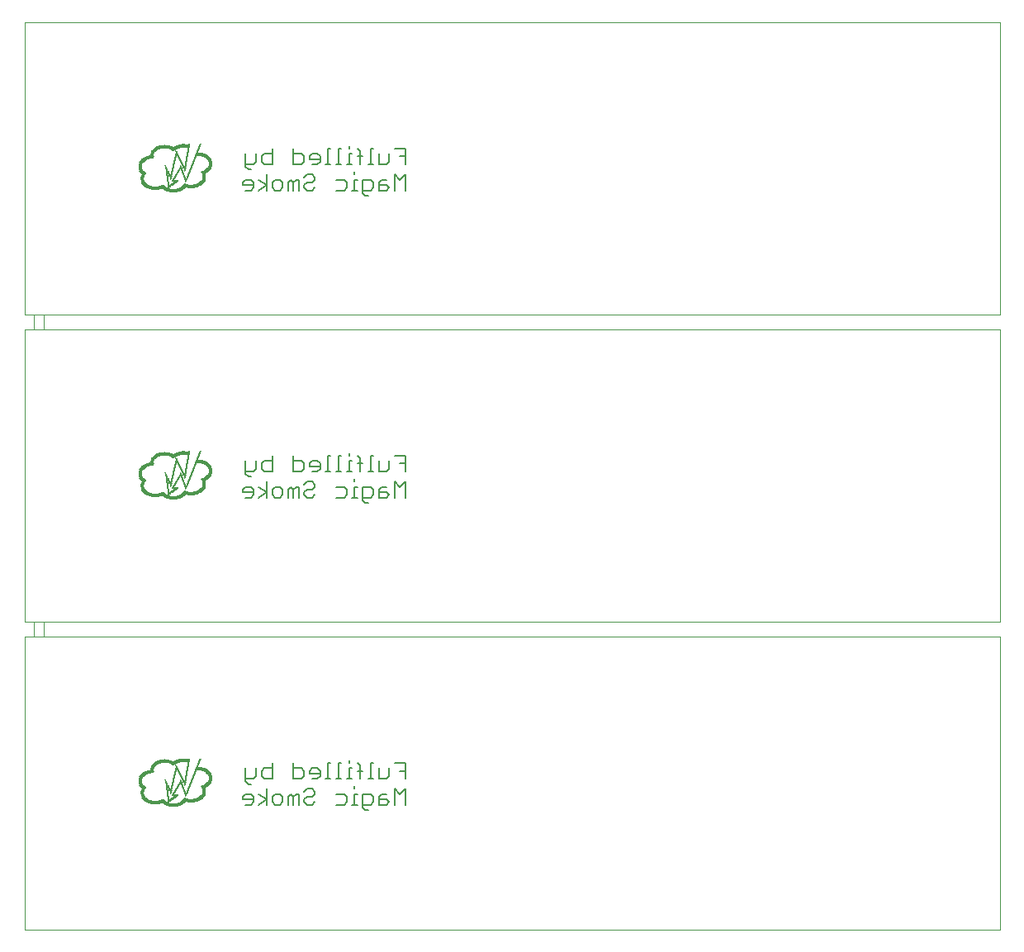
<source format=gbo>
G75*
G70*
%OFA0B0*%
%FSLAX24Y24*%
%IPPOS*%
%LPD*%
%AMOC8*
5,1,8,0,0,1.08239X$1,22.5*
%
%ADD10C,0.0000*%
%ADD11C,0.0000*%
%ADD12R,0.0110X0.0005*%
%ADD13R,0.0210X0.0005*%
%ADD14R,0.0280X0.0005*%
%ADD15R,0.0325X0.0005*%
%ADD16R,0.0365X0.0005*%
%ADD17R,0.0410X0.0005*%
%ADD18R,0.0440X0.0005*%
%ADD19R,0.0470X0.0005*%
%ADD20R,0.0505X0.0005*%
%ADD21R,0.0530X0.0005*%
%ADD22R,0.0555X0.0005*%
%ADD23R,0.0580X0.0005*%
%ADD24R,0.0600X0.0005*%
%ADD25R,0.0625X0.0005*%
%ADD26R,0.0645X0.0005*%
%ADD27R,0.0665X0.0005*%
%ADD28R,0.0685X0.0005*%
%ADD29R,0.0705X0.0005*%
%ADD30R,0.0715X0.0005*%
%ADD31R,0.0735X0.0005*%
%ADD32R,0.0755X0.0005*%
%ADD33R,0.0090X0.0005*%
%ADD34R,0.0770X0.0005*%
%ADD35R,0.0190X0.0005*%
%ADD36R,0.0355X0.0005*%
%ADD37R,0.0360X0.0005*%
%ADD38R,0.0260X0.0005*%
%ADD39R,0.0315X0.0005*%
%ADD40R,0.0320X0.0005*%
%ADD41R,0.0295X0.0005*%
%ADD42R,0.0275X0.0005*%
%ADD43R,0.0400X0.0005*%
%ADD44R,0.0265X0.0005*%
%ADD45R,0.0435X0.0005*%
%ADD46R,0.0255X0.0005*%
%ADD47R,0.0465X0.0005*%
%ADD48R,0.0245X0.0005*%
%ADD49R,0.0495X0.0005*%
%ADD50R,0.0235X0.0005*%
%ADD51R,0.0525X0.0005*%
%ADD52R,0.0230X0.0005*%
%ADD53R,0.0240X0.0005*%
%ADD54R,0.0545X0.0005*%
%ADD55R,0.0820X0.0005*%
%ADD56R,0.0220X0.0005*%
%ADD57R,0.0025X0.0005*%
%ADD58R,0.0795X0.0005*%
%ADD59R,0.0215X0.0005*%
%ADD60R,0.0035X0.0005*%
%ADD61R,0.0040X0.0005*%
%ADD62R,0.0800X0.0005*%
%ADD63R,0.0205X0.0005*%
%ADD64R,0.0050X0.0005*%
%ADD65R,0.0805X0.0005*%
%ADD66R,0.0165X0.0005*%
%ADD67R,0.0055X0.0005*%
%ADD68R,0.0200X0.0005*%
%ADD69R,0.0060X0.0005*%
%ADD70R,0.0300X0.0005*%
%ADD71R,0.0195X0.0005*%
%ADD72R,0.0065X0.0005*%
%ADD73R,0.0345X0.0005*%
%ADD74R,0.0070X0.0005*%
%ADD75R,0.0385X0.0005*%
%ADD76R,0.0080X0.0005*%
%ADD77R,0.0425X0.0005*%
%ADD78R,0.0185X0.0005*%
%ADD79R,0.0085X0.0005*%
%ADD80R,0.0635X0.0005*%
%ADD81R,0.0810X0.0005*%
%ADD82R,0.0095X0.0005*%
%ADD83R,0.0335X0.0005*%
%ADD84R,0.0655X0.0005*%
%ADD85R,0.0105X0.0005*%
%ADD86R,0.0290X0.0005*%
%ADD87R,0.0660X0.0005*%
%ADD88R,0.0115X0.0005*%
%ADD89R,0.0285X0.0005*%
%ADD90R,0.0120X0.0005*%
%ADD91R,0.0270X0.0005*%
%ADD92R,0.0675X0.0005*%
%ADD93R,0.0130X0.0005*%
%ADD94R,0.0680X0.0005*%
%ADD95R,0.0135X0.0005*%
%ADD96R,0.0250X0.0005*%
%ADD97R,0.0140X0.0005*%
%ADD98R,0.0180X0.0005*%
%ADD99R,0.0695X0.0005*%
%ADD100R,0.0150X0.0005*%
%ADD101R,0.0160X0.0005*%
%ADD102R,0.0155X0.0005*%
%ADD103R,0.0145X0.0005*%
%ADD104R,0.0700X0.0005*%
%ADD105R,0.0225X0.0005*%
%ADD106R,0.0170X0.0005*%
%ADD107R,0.0100X0.0005*%
%ADD108R,0.0075X0.0005*%
%ADD109R,0.0720X0.0005*%
%ADD110R,0.0725X0.0005*%
%ADD111R,0.0340X0.0005*%
%ADD112R,0.0305X0.0005*%
%ADD113R,0.0175X0.0005*%
%ADD114R,0.0005X0.0005*%
%ADD115R,0.0010X0.0005*%
%ADD116R,0.0015X0.0005*%
%ADD117R,0.0020X0.0005*%
%ADD118R,0.0030X0.0005*%
%ADD119R,0.0125X0.0005*%
%ADD120R,0.0045X0.0005*%
%ADD121R,0.0370X0.0005*%
%ADD122R,0.0375X0.0005*%
%ADD123R,0.0350X0.0005*%
%ADD124R,0.0330X0.0005*%
%ADD125R,0.0485X0.0005*%
%ADD126R,0.0480X0.0005*%
%ADD127R,0.0460X0.0005*%
%ADD128R,0.0445X0.0005*%
%ADD129R,0.0310X0.0005*%
%ADD130R,0.0380X0.0005*%
%ADD131R,0.0415X0.0005*%
%ADD132R,0.0450X0.0005*%
%ADD133R,0.0490X0.0005*%
%ADD134R,0.0965X0.0005*%
%ADD135R,0.0975X0.0005*%
%ADD136R,0.0980X0.0005*%
%ADD137R,0.0990X0.0005*%
%ADD138R,0.1005X0.0005*%
%ADD139R,0.0615X0.0005*%
%ADD140R,0.0640X0.0005*%
%ADD141R,0.0605X0.0005*%
%ADD142R,0.0620X0.0005*%
%ADD143R,0.0590X0.0005*%
%ADD144R,0.0570X0.0005*%
%ADD145R,0.0540X0.0005*%
%ADD146R,0.0515X0.0005*%
%ADD147R,0.0565X0.0005*%
%ADD148R,0.0535X0.0005*%
%ADD149R,0.0395X0.0005*%
%ADD150R,0.0520X0.0005*%
%ADD151R,0.0500X0.0005*%
%ADD152R,0.0430X0.0005*%
%ADD153C,0.0060*%
%ADD154C,0.0000*%
%ADD155R,0.0110X0.0005*%
%ADD156R,0.0210X0.0005*%
%ADD157R,0.0280X0.0005*%
%ADD158R,0.0325X0.0005*%
%ADD159R,0.0365X0.0005*%
%ADD160R,0.0410X0.0005*%
%ADD161R,0.0440X0.0005*%
%ADD162R,0.0470X0.0005*%
%ADD163R,0.0505X0.0005*%
%ADD164R,0.0530X0.0005*%
%ADD165R,0.0555X0.0005*%
%ADD166R,0.0580X0.0005*%
%ADD167R,0.0600X0.0005*%
%ADD168R,0.0625X0.0005*%
%ADD169R,0.0645X0.0005*%
%ADD170R,0.0665X0.0005*%
%ADD171R,0.0685X0.0005*%
%ADD172R,0.0705X0.0005*%
%ADD173R,0.0715X0.0005*%
%ADD174R,0.0735X0.0005*%
%ADD175R,0.0755X0.0005*%
%ADD176R,0.0090X0.0005*%
%ADD177R,0.0770X0.0005*%
%ADD178R,0.0190X0.0005*%
%ADD179R,0.0355X0.0005*%
%ADD180R,0.0360X0.0005*%
%ADD181R,0.0260X0.0005*%
%ADD182R,0.0315X0.0005*%
%ADD183R,0.0320X0.0005*%
%ADD184R,0.0295X0.0005*%
%ADD185R,0.0275X0.0005*%
%ADD186R,0.0400X0.0005*%
%ADD187R,0.0265X0.0005*%
%ADD188R,0.0435X0.0005*%
%ADD189R,0.0255X0.0005*%
%ADD190R,0.0465X0.0005*%
%ADD191R,0.0245X0.0005*%
%ADD192R,0.0495X0.0005*%
%ADD193R,0.0235X0.0005*%
%ADD194R,0.0525X0.0005*%
%ADD195R,0.0230X0.0005*%
%ADD196R,0.0240X0.0005*%
%ADD197R,0.0545X0.0005*%
%ADD198R,0.0820X0.0005*%
%ADD199R,0.0220X0.0005*%
%ADD200R,0.0025X0.0005*%
%ADD201R,0.0795X0.0005*%
%ADD202R,0.0215X0.0005*%
%ADD203R,0.0035X0.0005*%
%ADD204R,0.0040X0.0005*%
%ADD205R,0.0800X0.0005*%
%ADD206R,0.0205X0.0005*%
%ADD207R,0.0050X0.0005*%
%ADD208R,0.0805X0.0005*%
%ADD209R,0.0165X0.0005*%
%ADD210R,0.0055X0.0005*%
%ADD211R,0.0200X0.0005*%
%ADD212R,0.0060X0.0005*%
%ADD213R,0.0300X0.0005*%
%ADD214R,0.0195X0.0005*%
%ADD215R,0.0065X0.0005*%
%ADD216R,0.0345X0.0005*%
%ADD217R,0.0070X0.0005*%
%ADD218R,0.0385X0.0005*%
%ADD219R,0.0080X0.0005*%
%ADD220R,0.0425X0.0005*%
%ADD221R,0.0185X0.0005*%
%ADD222R,0.0085X0.0005*%
%ADD223R,0.0635X0.0005*%
%ADD224R,0.0810X0.0005*%
%ADD225R,0.0095X0.0005*%
%ADD226R,0.0335X0.0005*%
%ADD227R,0.0655X0.0005*%
%ADD228R,0.0105X0.0005*%
%ADD229R,0.0290X0.0005*%
%ADD230R,0.0660X0.0005*%
%ADD231R,0.0115X0.0005*%
%ADD232R,0.0285X0.0005*%
%ADD233R,0.0120X0.0005*%
%ADD234R,0.0270X0.0005*%
%ADD235R,0.0675X0.0005*%
%ADD236R,0.0130X0.0005*%
%ADD237R,0.0680X0.0005*%
%ADD238R,0.0135X0.0005*%
%ADD239R,0.0250X0.0005*%
%ADD240R,0.0140X0.0005*%
%ADD241R,0.0180X0.0005*%
%ADD242R,0.0695X0.0005*%
%ADD243R,0.0150X0.0005*%
%ADD244R,0.0160X0.0005*%
%ADD245R,0.0155X0.0005*%
%ADD246R,0.0145X0.0005*%
%ADD247R,0.0700X0.0005*%
%ADD248R,0.0225X0.0005*%
%ADD249R,0.0170X0.0005*%
%ADD250R,0.0100X0.0005*%
%ADD251R,0.0075X0.0005*%
%ADD252R,0.0720X0.0005*%
%ADD253R,0.0725X0.0005*%
%ADD254R,0.0340X0.0005*%
%ADD255R,0.0305X0.0005*%
%ADD256R,0.0175X0.0005*%
%ADD257R,0.0005X0.0005*%
%ADD258R,0.0010X0.0005*%
%ADD259R,0.0015X0.0005*%
%ADD260R,0.0020X0.0005*%
%ADD261R,0.0030X0.0005*%
%ADD262R,0.0125X0.0005*%
%ADD263R,0.0045X0.0005*%
%ADD264R,0.0370X0.0005*%
%ADD265R,0.0375X0.0005*%
%ADD266R,0.0350X0.0005*%
%ADD267R,0.0330X0.0005*%
%ADD268R,0.0485X0.0005*%
%ADD269R,0.0480X0.0005*%
%ADD270R,0.0460X0.0005*%
%ADD271R,0.0445X0.0005*%
%ADD272R,0.0310X0.0005*%
%ADD273R,0.0380X0.0005*%
%ADD274R,0.0415X0.0005*%
%ADD275R,0.0450X0.0005*%
%ADD276R,0.0490X0.0005*%
%ADD277R,0.0965X0.0005*%
%ADD278R,0.0975X0.0005*%
%ADD279R,0.0980X0.0005*%
%ADD280R,0.0990X0.0005*%
%ADD281R,0.1005X0.0005*%
%ADD282R,0.0615X0.0005*%
%ADD283R,0.0640X0.0005*%
%ADD284R,0.0605X0.0005*%
%ADD285R,0.0620X0.0005*%
%ADD286R,0.0590X0.0005*%
%ADD287R,0.0570X0.0005*%
%ADD288R,0.0540X0.0005*%
%ADD289R,0.0515X0.0005*%
%ADD290R,0.0565X0.0005*%
%ADD291R,0.0535X0.0005*%
%ADD292R,0.0395X0.0005*%
%ADD293R,0.0520X0.0005*%
%ADD294R,0.0500X0.0005*%
%ADD295R,0.0430X0.0005*%
%ADD296C,0.0060*%
%ADD297C,0.0000*%
%ADD298R,0.0110X0.0005*%
%ADD299R,0.0210X0.0005*%
%ADD300R,0.0280X0.0005*%
%ADD301R,0.0325X0.0005*%
%ADD302R,0.0365X0.0005*%
%ADD303R,0.0410X0.0005*%
%ADD304R,0.0440X0.0005*%
%ADD305R,0.0470X0.0005*%
%ADD306R,0.0505X0.0005*%
%ADD307R,0.0530X0.0005*%
%ADD308R,0.0555X0.0005*%
%ADD309R,0.0580X0.0005*%
%ADD310R,0.0600X0.0005*%
%ADD311R,0.0625X0.0005*%
%ADD312R,0.0645X0.0005*%
%ADD313R,0.0665X0.0005*%
%ADD314R,0.0685X0.0005*%
%ADD315R,0.0705X0.0005*%
%ADD316R,0.0715X0.0005*%
%ADD317R,0.0735X0.0005*%
%ADD318R,0.0755X0.0005*%
%ADD319R,0.0090X0.0005*%
%ADD320R,0.0770X0.0005*%
%ADD321R,0.0190X0.0005*%
%ADD322R,0.0355X0.0005*%
%ADD323R,0.0360X0.0005*%
%ADD324R,0.0260X0.0005*%
%ADD325R,0.0315X0.0005*%
%ADD326R,0.0320X0.0005*%
%ADD327R,0.0295X0.0005*%
%ADD328R,0.0275X0.0005*%
%ADD329R,0.0400X0.0005*%
%ADD330R,0.0265X0.0005*%
%ADD331R,0.0435X0.0005*%
%ADD332R,0.0255X0.0005*%
%ADD333R,0.0465X0.0005*%
%ADD334R,0.0245X0.0005*%
%ADD335R,0.0495X0.0005*%
%ADD336R,0.0235X0.0005*%
%ADD337R,0.0525X0.0005*%
%ADD338R,0.0230X0.0005*%
%ADD339R,0.0240X0.0005*%
%ADD340R,0.0545X0.0005*%
%ADD341R,0.0820X0.0005*%
%ADD342R,0.0220X0.0005*%
%ADD343R,0.0025X0.0005*%
%ADD344R,0.0795X0.0005*%
%ADD345R,0.0215X0.0005*%
%ADD346R,0.0035X0.0005*%
%ADD347R,0.0040X0.0005*%
%ADD348R,0.0800X0.0005*%
%ADD349R,0.0205X0.0005*%
%ADD350R,0.0050X0.0005*%
%ADD351R,0.0805X0.0005*%
%ADD352R,0.0165X0.0005*%
%ADD353R,0.0055X0.0005*%
%ADD354R,0.0200X0.0005*%
%ADD355R,0.0060X0.0005*%
%ADD356R,0.0300X0.0005*%
%ADD357R,0.0195X0.0005*%
%ADD358R,0.0065X0.0005*%
%ADD359R,0.0345X0.0005*%
%ADD360R,0.0070X0.0005*%
%ADD361R,0.0385X0.0005*%
%ADD362R,0.0080X0.0005*%
%ADD363R,0.0425X0.0005*%
%ADD364R,0.0185X0.0005*%
%ADD365R,0.0085X0.0005*%
%ADD366R,0.0635X0.0005*%
%ADD367R,0.0810X0.0005*%
%ADD368R,0.0095X0.0005*%
%ADD369R,0.0335X0.0005*%
%ADD370R,0.0655X0.0005*%
%ADD371R,0.0105X0.0005*%
%ADD372R,0.0290X0.0005*%
%ADD373R,0.0660X0.0005*%
%ADD374R,0.0115X0.0005*%
%ADD375R,0.0285X0.0005*%
%ADD376R,0.0120X0.0005*%
%ADD377R,0.0270X0.0005*%
%ADD378R,0.0675X0.0005*%
%ADD379R,0.0130X0.0005*%
%ADD380R,0.0680X0.0005*%
%ADD381R,0.0135X0.0005*%
%ADD382R,0.0250X0.0005*%
%ADD383R,0.0140X0.0005*%
%ADD384R,0.0180X0.0005*%
%ADD385R,0.0695X0.0005*%
%ADD386R,0.0150X0.0005*%
%ADD387R,0.0160X0.0005*%
%ADD388R,0.0155X0.0005*%
%ADD389R,0.0145X0.0005*%
%ADD390R,0.0700X0.0005*%
%ADD391R,0.0225X0.0005*%
%ADD392R,0.0170X0.0005*%
%ADD393R,0.0100X0.0005*%
%ADD394R,0.0075X0.0005*%
%ADD395R,0.0720X0.0005*%
%ADD396R,0.0725X0.0005*%
%ADD397R,0.0340X0.0005*%
%ADD398R,0.0305X0.0005*%
%ADD399R,0.0175X0.0005*%
%ADD400R,0.0005X0.0005*%
%ADD401R,0.0010X0.0005*%
%ADD402R,0.0015X0.0005*%
%ADD403R,0.0020X0.0005*%
%ADD404R,0.0030X0.0005*%
%ADD405R,0.0125X0.0005*%
%ADD406R,0.0045X0.0005*%
%ADD407R,0.0370X0.0005*%
%ADD408R,0.0375X0.0005*%
%ADD409R,0.0350X0.0005*%
%ADD410R,0.0330X0.0005*%
%ADD411R,0.0485X0.0005*%
%ADD412R,0.0480X0.0005*%
%ADD413R,0.0460X0.0005*%
%ADD414R,0.0445X0.0005*%
%ADD415R,0.0310X0.0005*%
%ADD416R,0.0380X0.0005*%
%ADD417R,0.0415X0.0005*%
%ADD418R,0.0450X0.0005*%
%ADD419R,0.0490X0.0005*%
%ADD420R,0.0965X0.0005*%
%ADD421R,0.0975X0.0005*%
%ADD422R,0.0980X0.0005*%
%ADD423R,0.0990X0.0005*%
%ADD424R,0.1005X0.0005*%
%ADD425R,0.0615X0.0005*%
%ADD426R,0.0640X0.0005*%
%ADD427R,0.0605X0.0005*%
%ADD428R,0.0620X0.0005*%
%ADD429R,0.0590X0.0005*%
%ADD430R,0.0570X0.0005*%
%ADD431R,0.0540X0.0005*%
%ADD432R,0.0515X0.0005*%
%ADD433R,0.0565X0.0005*%
%ADD434R,0.0535X0.0005*%
%ADD435R,0.0395X0.0005*%
%ADD436R,0.0520X0.0005*%
%ADD437R,0.0500X0.0005*%
%ADD438R,0.0430X0.0005*%
%ADD439C,0.0060*%
D10*
X000100Y000100D02*
X000100Y011911D01*
X000494Y011911D01*
X000494Y012502D01*
X000100Y012502D01*
X000100Y024313D01*
X000494Y024313D01*
X000494Y024903D01*
X000100Y024903D01*
X000100Y036714D01*
X039470Y036714D01*
X039470Y024903D01*
X000887Y024903D01*
X000887Y024313D01*
X039470Y024313D01*
X039470Y012502D01*
X000887Y012502D01*
X000887Y011911D01*
X039470Y011911D01*
X039470Y000100D01*
X000100Y000100D01*
D11*
X101Y100D02*
X101Y11911D01*
X39471Y11911D01*
X39471Y100D01*
X101Y100D01*
D12*
X6119Y5041D03*
X6014Y5316D03*
X6029Y5326D03*
X6034Y5331D03*
X6039Y5336D03*
X6054Y5346D03*
X6099Y5376D03*
X6114Y5386D03*
X6119Y5391D03*
X6134Y5401D03*
X6149Y5411D03*
X6154Y5416D03*
X6164Y5421D03*
X6169Y5426D03*
X6174Y5431D03*
X6184Y5436D03*
X6189Y5441D03*
X6199Y5446D03*
X6204Y5451D03*
X6219Y5461D03*
X6594Y5361D03*
X6624Y5556D03*
X5999Y5691D03*
X5879Y5846D03*
X5879Y5851D03*
X5874Y5856D03*
X5874Y5861D03*
X6404Y6001D03*
X6404Y6006D03*
X6564Y6026D03*
X6564Y6031D03*
X6249Y6566D03*
X6249Y6571D03*
D13*
X6119Y6766D03*
X6529Y6961D03*
X5214Y6496D03*
X4929Y6346D03*
X7469Y6456D03*
X7469Y5916D03*
X7464Y5911D03*
X7209Y5391D03*
X6479Y5211D03*
X6119Y5046D03*
X5014Y5316D03*
D14*
X5844Y5166D03*
X6119Y5051D03*
X5179Y6476D03*
X6529Y6956D03*
X7374Y6506D03*
D15*
X6527Y6951D03*
X6107Y6796D03*
X5147Y5256D03*
X6117Y5056D03*
D16*
X6117Y5061D03*
X5122Y6431D03*
D17*
X7214Y6561D03*
X6119Y5066D03*
D18*
X6119Y5071D03*
X7224Y6551D03*
D19*
X7234Y6536D03*
X6119Y5076D03*
D20*
X6117Y5081D03*
X6517Y6921D03*
D21*
X6119Y5086D03*
D22*
X6117Y5091D03*
X6492Y6901D03*
D23*
X6474Y6886D03*
X6119Y5096D03*
D24*
X6119Y5101D03*
X6464Y6876D03*
D25*
X6117Y5106D03*
D26*
X6117Y5111D03*
X6762Y5256D03*
D27*
X6792Y5271D03*
X6117Y5116D03*
D28*
X6117Y5121D03*
X6817Y5286D03*
D29*
X6847Y5306D03*
X6117Y5126D03*
D30*
X6117Y5131D03*
X6852Y5311D03*
X6857Y5316D03*
D31*
X6117Y5136D03*
D32*
X6117Y5141D03*
D33*
X5934Y5251D03*
X6589Y5366D03*
X6624Y5531D03*
X5999Y5666D03*
X5864Y5896D03*
X5859Y5906D03*
X5859Y5911D03*
X6404Y6026D03*
X6569Y6001D03*
X6244Y6596D03*
X5384Y5141D03*
D34*
X6119Y5146D03*
D35*
X5384Y5146D03*
X6199Y5476D03*
X7249Y5421D03*
X7254Y5426D03*
X7339Y5816D03*
X7499Y5941D03*
X7504Y5946D03*
X7504Y6426D03*
X7499Y6431D03*
X5359Y6731D03*
X5354Y6726D03*
X5349Y6721D03*
X5224Y6501D03*
X4889Y6316D03*
X4884Y6311D03*
X4879Y6306D03*
X4884Y5831D03*
X4889Y5826D03*
X4894Y5821D03*
X4899Y5816D03*
X4904Y5806D03*
X4909Y5801D03*
D36*
X5137Y6441D03*
X5382Y5161D03*
X6332Y5151D03*
D37*
X5904Y5151D03*
X5129Y6436D03*
X5079Y6406D03*
X6314Y6856D03*
X7194Y6581D03*
X7314Y6521D03*
D38*
X6114Y6781D03*
X5469Y6801D03*
X5189Y6481D03*
X7139Y5351D03*
X5384Y5151D03*
X5084Y5276D03*
D39*
X5872Y5156D03*
X6362Y5156D03*
X6282Y6851D03*
D40*
X7339Y6516D03*
X5159Y6461D03*
X5049Y6401D03*
X5384Y5156D03*
D41*
X5857Y5161D03*
X6377Y5161D03*
X5032Y6396D03*
X5172Y6471D03*
X7357Y6511D03*
D42*
X7162Y6606D03*
X6192Y5501D03*
X6647Y5331D03*
X6392Y5166D03*
X7122Y5346D03*
D43*
X5384Y5166D03*
X7209Y6566D03*
D44*
X7387Y6501D03*
X5002Y6386D03*
X6182Y5491D03*
X5647Y5266D03*
X5827Y5171D03*
X6407Y5171D03*
D45*
X5382Y5171D03*
D46*
X5817Y5176D03*
X6417Y5176D03*
X7147Y5356D03*
X6182Y5486D03*
X4992Y6381D03*
X7397Y6496D03*
D47*
X6542Y6936D03*
X5382Y5176D03*
D48*
X5807Y5181D03*
X6427Y5181D03*
X7157Y5361D03*
X7372Y5851D03*
X7377Y5856D03*
X7412Y5881D03*
X4982Y6376D03*
X5447Y6791D03*
D49*
X5382Y5181D03*
D50*
X5797Y5186D03*
X6437Y5186D03*
X6842Y5226D03*
X7177Y5371D03*
X7362Y5841D03*
X7367Y5846D03*
X7427Y6481D03*
X5437Y6786D03*
X4962Y6366D03*
D51*
X5382Y5186D03*
D52*
X5054Y5291D03*
X5044Y5296D03*
X6444Y5191D03*
X6454Y5196D03*
X7429Y5891D03*
X7439Y5896D03*
X7439Y6476D03*
X5429Y6781D03*
X5204Y6491D03*
X4954Y6361D03*
D53*
X4969Y6371D03*
X6114Y6776D03*
X7419Y6486D03*
X7419Y5886D03*
X7169Y5366D03*
X6179Y5506D03*
X5789Y5191D03*
X5654Y5271D03*
X5064Y5286D03*
D54*
X5382Y5191D03*
X6497Y6906D03*
D55*
X5504Y5196D03*
D56*
X5029Y5306D03*
X6464Y5201D03*
X7194Y5381D03*
X7454Y6466D03*
X5419Y6776D03*
X5414Y6771D03*
X4944Y6356D03*
D57*
X5812Y6066D03*
X5812Y6061D03*
X6412Y6091D03*
X6587Y5916D03*
X6587Y5911D03*
X6012Y5566D03*
X6012Y5561D03*
X6632Y5461D03*
X5907Y5201D03*
X6232Y6681D03*
X6232Y6686D03*
D58*
X5482Y5201D03*
X5472Y5206D03*
D59*
X5662Y5276D03*
X5022Y5311D03*
X6167Y5511D03*
X6472Y5206D03*
X7202Y5386D03*
X7352Y5831D03*
X7457Y5906D03*
X7462Y6461D03*
X5407Y6766D03*
X4937Y6351D03*
D60*
X5817Y6046D03*
X5817Y6041D03*
X5822Y6031D03*
X6412Y6081D03*
X6412Y6086D03*
X6587Y5926D03*
X6587Y5376D03*
X5912Y5206D03*
X6237Y6666D03*
D61*
X6234Y6661D03*
X6409Y6076D03*
X6584Y5936D03*
X6584Y5931D03*
X5824Y6021D03*
X5824Y6026D03*
X5819Y6036D03*
X6009Y5591D03*
X6009Y5586D03*
X6629Y5481D03*
X6629Y5476D03*
X5914Y5211D03*
X5684Y5321D03*
D62*
X5464Y5211D03*
X5444Y5221D03*
X5434Y5226D03*
D63*
X5007Y5321D03*
X5002Y5326D03*
X6487Y5216D03*
X6492Y5221D03*
X7217Y5396D03*
X7347Y5826D03*
X7477Y5921D03*
X7477Y6451D03*
X5397Y6761D03*
X5392Y6756D03*
X4922Y6341D03*
D64*
X5829Y6006D03*
X5829Y6001D03*
X6409Y6066D03*
X6579Y5951D03*
X6629Y5496D03*
X6629Y5491D03*
X6629Y5486D03*
X5914Y5216D03*
X6239Y6646D03*
D65*
X5412Y5241D03*
X5417Y5236D03*
X5427Y5231D03*
X5452Y5216D03*
X5402Y5246D03*
D66*
X5967Y5301D03*
X6842Y5221D03*
X7307Y5486D03*
X7312Y5491D03*
X7312Y5496D03*
X7317Y5501D03*
X7322Y5511D03*
X7332Y5806D03*
X7557Y6001D03*
X7562Y6011D03*
X7567Y6016D03*
X7572Y6021D03*
X7577Y6031D03*
X7577Y6341D03*
X7572Y6351D03*
X7567Y6356D03*
X7562Y6361D03*
X7557Y6371D03*
X5307Y6671D03*
X5302Y6666D03*
X5297Y6661D03*
X5297Y6656D03*
X5292Y6651D03*
X5237Y6506D03*
X4827Y6246D03*
X4822Y6241D03*
X4817Y6231D03*
X4812Y5916D03*
X4817Y5906D03*
X4822Y5901D03*
X4922Y5781D03*
X4922Y5776D03*
X4917Y5766D03*
X4917Y5761D03*
X4912Y5756D03*
X4907Y5746D03*
X4912Y5421D03*
X4917Y5416D03*
X4917Y5411D03*
X4922Y5406D03*
D67*
X5917Y5221D03*
X6007Y5606D03*
X6007Y5611D03*
X5837Y5981D03*
X5837Y5986D03*
X5832Y5991D03*
X5832Y5996D03*
X6407Y6061D03*
X6582Y5956D03*
X6697Y6651D03*
X6702Y6681D03*
X6707Y6711D03*
X6712Y6741D03*
X6717Y6766D03*
X6717Y6771D03*
X6722Y6796D03*
X6722Y6801D03*
X6727Y6826D03*
X6727Y6831D03*
X6747Y6951D03*
X6747Y6956D03*
X6237Y6641D03*
D68*
X6659Y6856D03*
X7129Y6621D03*
X7484Y6446D03*
X7489Y6441D03*
X7489Y5931D03*
X7484Y5926D03*
X7344Y5821D03*
X7229Y5406D03*
X7224Y5401D03*
X6619Y5341D03*
X6499Y5226D03*
X5664Y5281D03*
X4994Y5331D03*
X4909Y6331D03*
X4914Y6336D03*
X5384Y6751D03*
D69*
X6214Y6521D03*
X6209Y6501D03*
X6204Y6481D03*
X6204Y6476D03*
X6199Y6456D03*
X6194Y6436D03*
X6189Y6416D03*
X6184Y6391D03*
X6179Y6371D03*
X6174Y6351D03*
X6169Y6326D03*
X6164Y6306D03*
X6159Y6286D03*
X6154Y6261D03*
X6149Y6241D03*
X6144Y6221D03*
X6139Y6196D03*
X6134Y6176D03*
X6129Y6156D03*
X6124Y6131D03*
X6119Y6111D03*
X6114Y6091D03*
X6109Y6066D03*
X6104Y6046D03*
X6099Y6026D03*
X6094Y6001D03*
X6089Y5981D03*
X6084Y5961D03*
X6079Y5936D03*
X6074Y5916D03*
X6069Y5896D03*
X6064Y5871D03*
X6059Y5851D03*
X6054Y5831D03*
X6049Y5806D03*
X6044Y5791D03*
X6044Y5786D03*
X6039Y5776D03*
X6039Y5771D03*
X6039Y5766D03*
X6034Y5751D03*
X6034Y5746D03*
X6034Y5741D03*
X6029Y5731D03*
X6029Y5726D03*
X6004Y5621D03*
X6004Y5616D03*
X5879Y5616D03*
X5879Y5621D03*
X5879Y5626D03*
X5874Y5666D03*
X5874Y5671D03*
X5869Y5696D03*
X5869Y5701D03*
X5869Y5706D03*
X5869Y5711D03*
X5869Y5716D03*
X5864Y5726D03*
X5864Y5731D03*
X5864Y5736D03*
X5864Y5741D03*
X5864Y5746D03*
X5864Y5751D03*
X5864Y5756D03*
X5864Y5761D03*
X5859Y5771D03*
X5859Y5776D03*
X5859Y5781D03*
X5859Y5786D03*
X5859Y5791D03*
X5859Y5796D03*
X5839Y5971D03*
X5839Y5976D03*
X6409Y6056D03*
X6449Y5946D03*
X6459Y5921D03*
X6469Y5896D03*
X6479Y5871D03*
X6579Y5961D03*
X6599Y6076D03*
X6599Y6081D03*
X6599Y6086D03*
X6599Y6091D03*
X6599Y6096D03*
X6604Y6106D03*
X6604Y6111D03*
X6604Y6116D03*
X6604Y6121D03*
X6609Y6131D03*
X6609Y6136D03*
X6609Y6141D03*
X6609Y6146D03*
X6609Y6151D03*
X6614Y6161D03*
X6614Y6166D03*
X6614Y6171D03*
X6614Y6176D03*
X6614Y6181D03*
X6619Y6191D03*
X6619Y6196D03*
X6619Y6201D03*
X6619Y6206D03*
X6619Y6211D03*
X6624Y6221D03*
X6624Y6226D03*
X6624Y6231D03*
X6624Y6236D03*
X6629Y6246D03*
X6629Y6251D03*
X6629Y6256D03*
X6629Y6261D03*
X6629Y6266D03*
X6634Y6276D03*
X6634Y6281D03*
X6634Y6286D03*
X6634Y6291D03*
X6634Y6296D03*
X6639Y6306D03*
X6639Y6311D03*
X6639Y6316D03*
X6639Y6321D03*
X6639Y6326D03*
X6644Y6336D03*
X6644Y6341D03*
X6644Y6346D03*
X6644Y6351D03*
X6644Y6356D03*
X6649Y6366D03*
X6649Y6371D03*
X6649Y6376D03*
X6649Y6381D03*
X6654Y6391D03*
X6654Y6396D03*
X6654Y6401D03*
X6654Y6406D03*
X6654Y6411D03*
X6659Y6421D03*
X6659Y6426D03*
X6659Y6431D03*
X6659Y6436D03*
X6659Y6441D03*
X6664Y6451D03*
X6664Y6456D03*
X6664Y6461D03*
X6664Y6466D03*
X6664Y6471D03*
X6669Y6481D03*
X6669Y6486D03*
X6669Y6491D03*
X6669Y6496D03*
X6674Y6506D03*
X6674Y6511D03*
X6674Y6516D03*
X6674Y6521D03*
X6674Y6526D03*
X6679Y6536D03*
X6679Y6541D03*
X6679Y6546D03*
X6679Y6551D03*
X6679Y6556D03*
X6679Y6561D03*
X6684Y6566D03*
X6684Y6571D03*
X6684Y6576D03*
X6684Y6581D03*
X6684Y6586D03*
X6684Y6591D03*
X6689Y6596D03*
X6689Y6601D03*
X6689Y6606D03*
X6689Y6611D03*
X6689Y6616D03*
X6689Y6621D03*
X6694Y6626D03*
X6694Y6631D03*
X6694Y6636D03*
X6694Y6641D03*
X6694Y6646D03*
X6699Y6656D03*
X6699Y6661D03*
X6699Y6666D03*
X6699Y6671D03*
X6699Y6676D03*
X6704Y6686D03*
X6704Y6691D03*
X6704Y6696D03*
X6704Y6701D03*
X6704Y6706D03*
X6709Y6716D03*
X6709Y6721D03*
X6709Y6726D03*
X6709Y6731D03*
X6709Y6736D03*
X6714Y6746D03*
X6714Y6751D03*
X6714Y6756D03*
X6714Y6761D03*
X6719Y6776D03*
X6719Y6781D03*
X6719Y6786D03*
X6719Y6791D03*
X6724Y6806D03*
X6724Y6811D03*
X6724Y6816D03*
X6724Y6821D03*
X6749Y6961D03*
X6749Y6966D03*
X6239Y6636D03*
X6239Y6631D03*
X6954Y6336D03*
X6964Y6361D03*
X6974Y6386D03*
X6984Y6411D03*
X6994Y6436D03*
X7004Y6461D03*
X7009Y6476D03*
X7019Y6501D03*
X6929Y6271D03*
X6919Y6246D03*
X6909Y6221D03*
X6899Y6196D03*
X6864Y6106D03*
X6854Y6081D03*
X6844Y6056D03*
X6834Y6031D03*
X6809Y5966D03*
X6799Y5941D03*
X6789Y5916D03*
X6779Y5891D03*
X6754Y5826D03*
X6744Y5801D03*
X6734Y5776D03*
X6724Y5751D03*
X6699Y5686D03*
X6689Y5661D03*
X6679Y5636D03*
X6669Y5611D03*
X6629Y5506D03*
X6629Y5501D03*
X5904Y5411D03*
X5904Y5406D03*
X5904Y5401D03*
X5904Y5396D03*
X5904Y5391D03*
X5904Y5386D03*
X5904Y5381D03*
X5904Y5376D03*
X5904Y5371D03*
X5904Y5366D03*
X5909Y5361D03*
X5909Y5356D03*
X5909Y5351D03*
X5909Y5346D03*
X5909Y5341D03*
X5909Y5336D03*
X5909Y5331D03*
X5909Y5326D03*
X5909Y5321D03*
X5909Y5316D03*
X5914Y5311D03*
X5919Y5226D03*
X5899Y5416D03*
X5899Y5421D03*
X5899Y5426D03*
X5899Y5431D03*
X5899Y5436D03*
X5899Y5441D03*
X5899Y5446D03*
X5899Y5451D03*
X5899Y5456D03*
X5899Y5461D03*
X5894Y5466D03*
X5894Y5471D03*
X5894Y5476D03*
X5894Y5481D03*
X5894Y5486D03*
X5894Y5491D03*
X5894Y5496D03*
X5894Y5501D03*
X5894Y5506D03*
X5894Y5511D03*
X5889Y5516D03*
X5889Y5521D03*
X5889Y5526D03*
X5889Y5531D03*
X5889Y5536D03*
X5889Y5541D03*
X5889Y5546D03*
X5889Y5551D03*
X5889Y5556D03*
X5884Y5566D03*
X5884Y5571D03*
X5884Y5576D03*
X5884Y5581D03*
D70*
X5124Y5261D03*
X6844Y5231D03*
X6109Y6791D03*
X5764Y6921D03*
D71*
X5377Y6746D03*
X5372Y6741D03*
X5367Y6736D03*
X4902Y6326D03*
X4897Y6321D03*
X4977Y5346D03*
X4982Y5341D03*
X4987Y5336D03*
X6507Y5231D03*
X6512Y5236D03*
X6517Y5241D03*
X7237Y5411D03*
X7242Y5416D03*
X7497Y5936D03*
X7492Y6436D03*
D72*
X7027Y6516D03*
X7022Y6511D03*
X7022Y6506D03*
X7017Y6496D03*
X7017Y6491D03*
X7012Y6486D03*
X7012Y6481D03*
X7007Y6471D03*
X7007Y6466D03*
X7002Y6456D03*
X7002Y6451D03*
X6997Y6446D03*
X6997Y6441D03*
X6992Y6431D03*
X6992Y6426D03*
X6987Y6421D03*
X6987Y6416D03*
X6982Y6406D03*
X6982Y6401D03*
X6977Y6396D03*
X6977Y6391D03*
X6972Y6381D03*
X6972Y6376D03*
X6967Y6371D03*
X6967Y6366D03*
X6962Y6356D03*
X6962Y6351D03*
X6957Y6346D03*
X6957Y6341D03*
X6952Y6331D03*
X6952Y6326D03*
X6947Y6321D03*
X6947Y6316D03*
X6947Y6311D03*
X6942Y6306D03*
X6942Y6301D03*
X6937Y6296D03*
X6937Y6291D03*
X6937Y6286D03*
X6932Y6281D03*
X6932Y6276D03*
X6927Y6266D03*
X6927Y6261D03*
X6922Y6256D03*
X6922Y6251D03*
X6917Y6241D03*
X6917Y6236D03*
X6912Y6231D03*
X6912Y6226D03*
X6907Y6216D03*
X6907Y6211D03*
X6902Y6206D03*
X6902Y6201D03*
X6897Y6191D03*
X6897Y6186D03*
X6892Y6181D03*
X6892Y6176D03*
X6892Y6171D03*
X6887Y6166D03*
X6887Y6161D03*
X6882Y6156D03*
X6882Y6151D03*
X6882Y6146D03*
X6877Y6141D03*
X6877Y6136D03*
X6872Y6131D03*
X6872Y6126D03*
X6872Y6121D03*
X6867Y6116D03*
X6867Y6111D03*
X6862Y6101D03*
X6862Y6096D03*
X6857Y6091D03*
X6857Y6086D03*
X6852Y6076D03*
X6852Y6071D03*
X6847Y6066D03*
X6847Y6061D03*
X6842Y6051D03*
X6842Y6046D03*
X6837Y6041D03*
X6837Y6036D03*
X6832Y6026D03*
X6832Y6021D03*
X6827Y6016D03*
X6827Y6011D03*
X6827Y6006D03*
X6822Y6001D03*
X6822Y5996D03*
X6817Y5991D03*
X6817Y5986D03*
X6817Y5981D03*
X6812Y5976D03*
X6812Y5971D03*
X6807Y5961D03*
X6807Y5956D03*
X6802Y5951D03*
X6802Y5946D03*
X6797Y5936D03*
X6797Y5931D03*
X6792Y5926D03*
X6792Y5921D03*
X6787Y5911D03*
X6787Y5906D03*
X6782Y5901D03*
X6782Y5896D03*
X6777Y5886D03*
X6777Y5881D03*
X6772Y5876D03*
X6772Y5871D03*
X6772Y5866D03*
X6767Y5861D03*
X6767Y5856D03*
X6762Y5851D03*
X6762Y5846D03*
X6762Y5841D03*
X6757Y5836D03*
X6757Y5831D03*
X6752Y5821D03*
X6752Y5816D03*
X6747Y5811D03*
X6747Y5806D03*
X6742Y5796D03*
X6742Y5791D03*
X6737Y5786D03*
X6737Y5781D03*
X6732Y5771D03*
X6732Y5766D03*
X6727Y5761D03*
X6727Y5756D03*
X6722Y5746D03*
X6722Y5741D03*
X6717Y5736D03*
X6717Y5731D03*
X6717Y5726D03*
X6712Y5721D03*
X6712Y5716D03*
X6707Y5711D03*
X6707Y5706D03*
X6707Y5701D03*
X6702Y5696D03*
X6702Y5691D03*
X6697Y5681D03*
X6697Y5676D03*
X6692Y5671D03*
X6692Y5666D03*
X6687Y5656D03*
X6687Y5651D03*
X6682Y5646D03*
X6682Y5641D03*
X6677Y5631D03*
X6677Y5626D03*
X6672Y5621D03*
X6672Y5616D03*
X6667Y5606D03*
X6667Y5601D03*
X6662Y5596D03*
X6582Y5616D03*
X6572Y5641D03*
X6567Y5651D03*
X6562Y5666D03*
X6557Y5676D03*
X6552Y5686D03*
X6552Y5691D03*
X6547Y5701D03*
X6542Y5711D03*
X6542Y5716D03*
X6537Y5726D03*
X6532Y5736D03*
X6532Y5741D03*
X6527Y5751D03*
X6522Y5761D03*
X6517Y5771D03*
X6517Y5776D03*
X6512Y5786D03*
X6507Y5796D03*
X6507Y5801D03*
X6502Y5811D03*
X6497Y5821D03*
X6497Y5826D03*
X6497Y5831D03*
X6492Y5836D03*
X6492Y5841D03*
X6487Y5846D03*
X6487Y5851D03*
X6487Y5856D03*
X6482Y5861D03*
X6482Y5866D03*
X6477Y5876D03*
X6477Y5881D03*
X6472Y5886D03*
X6472Y5891D03*
X6467Y5901D03*
X6467Y5906D03*
X6462Y5911D03*
X6462Y5916D03*
X6457Y5926D03*
X6457Y5931D03*
X6452Y5936D03*
X6452Y5941D03*
X6447Y5951D03*
X6447Y5956D03*
X6442Y5961D03*
X6442Y5966D03*
X6442Y5971D03*
X6407Y6051D03*
X6457Y6201D03*
X6452Y6211D03*
X6447Y6221D03*
X6442Y6231D03*
X6437Y6241D03*
X6432Y6251D03*
X6427Y6261D03*
X6422Y6271D03*
X6417Y6281D03*
X6412Y6291D03*
X6407Y6296D03*
X6407Y6301D03*
X6402Y6306D03*
X6402Y6311D03*
X6397Y6316D03*
X6397Y6321D03*
X6392Y6326D03*
X6392Y6331D03*
X6387Y6336D03*
X6382Y6346D03*
X6377Y6356D03*
X6372Y6366D03*
X6367Y6376D03*
X6362Y6386D03*
X6357Y6396D03*
X6352Y6406D03*
X6347Y6416D03*
X6342Y6426D03*
X6337Y6436D03*
X6332Y6446D03*
X6327Y6456D03*
X6322Y6466D03*
X6317Y6476D03*
X6312Y6486D03*
X6307Y6496D03*
X6302Y6506D03*
X6297Y6516D03*
X6292Y6526D03*
X6287Y6536D03*
X6217Y6536D03*
X6217Y6531D03*
X6217Y6526D03*
X6212Y6516D03*
X6212Y6511D03*
X6212Y6506D03*
X6207Y6496D03*
X6207Y6491D03*
X6207Y6486D03*
X6202Y6471D03*
X6202Y6466D03*
X6202Y6461D03*
X6197Y6451D03*
X6197Y6446D03*
X6197Y6441D03*
X6192Y6431D03*
X6192Y6426D03*
X6192Y6421D03*
X6187Y6411D03*
X6187Y6406D03*
X6187Y6401D03*
X6187Y6396D03*
X6182Y6386D03*
X6182Y6381D03*
X6182Y6376D03*
X6177Y6366D03*
X6177Y6361D03*
X6177Y6356D03*
X6172Y6346D03*
X6172Y6341D03*
X6172Y6336D03*
X6172Y6331D03*
X6167Y6321D03*
X6167Y6316D03*
X6167Y6311D03*
X6162Y6301D03*
X6162Y6296D03*
X6162Y6291D03*
X6157Y6281D03*
X6157Y6276D03*
X6157Y6271D03*
X6157Y6266D03*
X6152Y6256D03*
X6152Y6251D03*
X6152Y6246D03*
X6147Y6236D03*
X6147Y6231D03*
X6147Y6226D03*
X6142Y6216D03*
X6142Y6211D03*
X6142Y6206D03*
X6142Y6201D03*
X6137Y6191D03*
X6137Y6186D03*
X6137Y6181D03*
X6132Y6171D03*
X6132Y6166D03*
X6132Y6161D03*
X6127Y6151D03*
X6127Y6146D03*
X6127Y6141D03*
X6127Y6136D03*
X6122Y6126D03*
X6122Y6121D03*
X6122Y6116D03*
X6117Y6106D03*
X6117Y6101D03*
X6117Y6096D03*
X6112Y6086D03*
X6112Y6081D03*
X6112Y6076D03*
X6112Y6071D03*
X6107Y6061D03*
X6107Y6056D03*
X6107Y6051D03*
X6102Y6041D03*
X6102Y6036D03*
X6102Y6031D03*
X6097Y6021D03*
X6097Y6016D03*
X6097Y6011D03*
X6097Y6006D03*
X6092Y5996D03*
X6092Y5991D03*
X6092Y5986D03*
X6087Y5976D03*
X6087Y5971D03*
X6087Y5966D03*
X6082Y5956D03*
X6082Y5951D03*
X6082Y5946D03*
X6082Y5941D03*
X6077Y5931D03*
X6077Y5926D03*
X6077Y5921D03*
X6072Y5911D03*
X6072Y5906D03*
X6072Y5901D03*
X6067Y5891D03*
X6067Y5886D03*
X6067Y5881D03*
X6067Y5876D03*
X6062Y5866D03*
X6062Y5861D03*
X6062Y5856D03*
X6057Y5846D03*
X6057Y5841D03*
X6057Y5836D03*
X6052Y5826D03*
X6052Y5821D03*
X6052Y5816D03*
X6052Y5811D03*
X6047Y5801D03*
X6047Y5796D03*
X6042Y5781D03*
X6037Y5761D03*
X6037Y5756D03*
X6032Y5736D03*
X5962Y5726D03*
X5957Y5736D03*
X5952Y5746D03*
X5947Y5756D03*
X5942Y5766D03*
X5937Y5776D03*
X5932Y5786D03*
X5927Y5796D03*
X5862Y5766D03*
X5867Y5721D03*
X5872Y5691D03*
X5872Y5686D03*
X5872Y5681D03*
X5872Y5676D03*
X5877Y5661D03*
X5877Y5656D03*
X5877Y5651D03*
X5877Y5646D03*
X5877Y5641D03*
X5877Y5636D03*
X5877Y5631D03*
X5882Y5611D03*
X5882Y5606D03*
X5882Y5601D03*
X5882Y5596D03*
X5882Y5591D03*
X5882Y5586D03*
X5887Y5561D03*
X6007Y5626D03*
X5842Y5961D03*
X5842Y5966D03*
X6577Y5966D03*
X6597Y6071D03*
X6602Y6101D03*
X6607Y6126D03*
X6612Y6156D03*
X6617Y6186D03*
X6622Y6216D03*
X6627Y6241D03*
X6632Y6271D03*
X6637Y6301D03*
X6642Y6331D03*
X6647Y6361D03*
X6652Y6386D03*
X6657Y6416D03*
X6662Y6446D03*
X6667Y6476D03*
X6672Y6501D03*
X6677Y6531D03*
X7072Y6636D03*
X7072Y6641D03*
X7077Y6651D03*
X7082Y6666D03*
X7087Y6676D03*
X7092Y6691D03*
X7097Y6701D03*
X7102Y6716D03*
X7112Y6741D03*
X7122Y6766D03*
X7127Y6781D03*
X7132Y6791D03*
X7137Y6806D03*
X7142Y6816D03*
X7147Y6831D03*
X7152Y6841D03*
X7157Y6856D03*
X7162Y6866D03*
X7167Y6881D03*
X7172Y6891D03*
X7177Y6906D03*
X7182Y6916D03*
X7182Y6921D03*
X7187Y6931D03*
X7192Y6941D03*
X7192Y6946D03*
X7192Y6951D03*
X7197Y6956D03*
X7197Y6961D03*
X7202Y6966D03*
X6242Y6626D03*
X6242Y6621D03*
X6127Y6721D03*
X6592Y5371D03*
X5922Y5231D03*
D73*
X6842Y5236D03*
D74*
X6629Y5511D03*
X6629Y5516D03*
X6589Y5596D03*
X6589Y5601D03*
X6584Y5606D03*
X6584Y5611D03*
X6579Y5621D03*
X6579Y5626D03*
X6574Y5631D03*
X6574Y5636D03*
X6569Y5646D03*
X6564Y5656D03*
X6564Y5661D03*
X6559Y5671D03*
X6554Y5681D03*
X6549Y5696D03*
X6544Y5706D03*
X6539Y5721D03*
X6534Y5731D03*
X6529Y5746D03*
X6524Y5756D03*
X6519Y5766D03*
X6514Y5781D03*
X6509Y5791D03*
X6504Y5806D03*
X6499Y5816D03*
X6574Y5971D03*
X6574Y5976D03*
X6524Y6071D03*
X6519Y6081D03*
X6514Y6091D03*
X6509Y6096D03*
X6509Y6101D03*
X6504Y6106D03*
X6504Y6111D03*
X6499Y6116D03*
X6499Y6121D03*
X6494Y6126D03*
X6494Y6131D03*
X6489Y6136D03*
X6489Y6141D03*
X6484Y6146D03*
X6484Y6151D03*
X6479Y6156D03*
X6479Y6161D03*
X6474Y6166D03*
X6474Y6171D03*
X6469Y6176D03*
X6469Y6181D03*
X6464Y6186D03*
X6464Y6191D03*
X6459Y6196D03*
X6454Y6206D03*
X6449Y6216D03*
X6444Y6226D03*
X6439Y6236D03*
X6434Y6246D03*
X6429Y6256D03*
X6424Y6266D03*
X6419Y6276D03*
X6414Y6286D03*
X6384Y6341D03*
X6379Y6351D03*
X6374Y6361D03*
X6369Y6371D03*
X6364Y6381D03*
X6359Y6391D03*
X6354Y6401D03*
X6349Y6411D03*
X6344Y6421D03*
X6339Y6431D03*
X6334Y6441D03*
X6329Y6451D03*
X6324Y6461D03*
X6319Y6471D03*
X6314Y6481D03*
X6309Y6491D03*
X6304Y6501D03*
X6299Y6511D03*
X6294Y6521D03*
X6289Y6531D03*
X7074Y6646D03*
X7079Y6656D03*
X7079Y6661D03*
X7084Y6671D03*
X7089Y6681D03*
X7089Y6686D03*
X7094Y6696D03*
X7099Y6706D03*
X7099Y6711D03*
X7104Y6721D03*
X7104Y6726D03*
X7109Y6731D03*
X7109Y6736D03*
X7114Y6746D03*
X7114Y6751D03*
X7119Y6756D03*
X7119Y6761D03*
X7124Y6771D03*
X7124Y6776D03*
X7129Y6786D03*
X7134Y6796D03*
X7134Y6801D03*
X7139Y6811D03*
X7144Y6821D03*
X7144Y6826D03*
X7149Y6836D03*
X7154Y6846D03*
X7154Y6851D03*
X7159Y6861D03*
X7164Y6871D03*
X7164Y6876D03*
X7169Y6886D03*
X7174Y6896D03*
X7174Y6901D03*
X7179Y6911D03*
X7184Y6926D03*
X7189Y6936D03*
X6409Y6046D03*
X6344Y5931D03*
X6329Y5906D03*
X6314Y5881D03*
X6309Y5871D03*
X6299Y5856D03*
X6294Y5846D03*
X6289Y5836D03*
X6284Y5831D03*
X6279Y5821D03*
X6274Y5811D03*
X6269Y5806D03*
X6264Y5796D03*
X6259Y5786D03*
X6254Y5776D03*
X6249Y5771D03*
X6249Y5766D03*
X6244Y5761D03*
X6244Y5756D03*
X6239Y5751D03*
X6234Y5746D03*
X6234Y5741D03*
X6229Y5736D03*
X6229Y5731D03*
X6224Y5726D03*
X6219Y5721D03*
X6219Y5716D03*
X6214Y5711D03*
X6214Y5706D03*
X6209Y5701D03*
X6204Y5696D03*
X6204Y5691D03*
X6199Y5686D03*
X6199Y5681D03*
X6194Y5676D03*
X6189Y5671D03*
X6189Y5666D03*
X6184Y5661D03*
X6184Y5656D03*
X6179Y5651D03*
X6174Y5646D03*
X6174Y5641D03*
X6169Y5636D03*
X6169Y5631D03*
X6164Y5626D03*
X6159Y5621D03*
X6159Y5616D03*
X6154Y5611D03*
X6154Y5606D03*
X6149Y5601D03*
X6144Y5596D03*
X6144Y5591D03*
X6139Y5586D03*
X6139Y5581D03*
X6134Y5576D03*
X6129Y5571D03*
X6129Y5566D03*
X6124Y5561D03*
X6124Y5556D03*
X6119Y5551D03*
X6114Y5546D03*
X6114Y5541D03*
X6109Y5536D03*
X6004Y5631D03*
X6004Y5636D03*
X5959Y5731D03*
X5954Y5741D03*
X5949Y5751D03*
X5944Y5761D03*
X5939Y5771D03*
X5934Y5781D03*
X5929Y5791D03*
X5844Y5956D03*
X5924Y5236D03*
D75*
X6842Y5241D03*
X7207Y6571D03*
D76*
X6244Y6606D03*
X6244Y6611D03*
X6574Y5986D03*
X6574Y5981D03*
X5854Y5931D03*
X5854Y5926D03*
X6114Y5531D03*
X6629Y5526D03*
X5929Y5241D03*
D77*
X6842Y5246D03*
X7217Y6556D03*
X5762Y6906D03*
D78*
X6122Y6761D03*
X7512Y6421D03*
X7517Y6416D03*
X7522Y6411D03*
X7522Y5961D03*
X7517Y5956D03*
X7512Y5951D03*
X7262Y5436D03*
X7257Y5431D03*
X6522Y5246D03*
X4972Y5351D03*
X4967Y5356D03*
X4962Y5361D03*
X4912Y5796D03*
X4902Y5811D03*
X4877Y5836D03*
X4872Y5841D03*
X4867Y5846D03*
X4862Y5851D03*
X4867Y6296D03*
X4872Y6301D03*
D79*
X5857Y5921D03*
X5857Y5916D03*
X6407Y6031D03*
X6572Y5996D03*
X6572Y5991D03*
X6002Y5661D03*
X6002Y5656D03*
X6002Y5651D03*
X5932Y5246D03*
X6247Y6601D03*
X6127Y6726D03*
D80*
X6752Y5251D03*
D81*
X5394Y5251D03*
D82*
X5937Y5256D03*
X6627Y5536D03*
X6002Y5671D03*
X5867Y5886D03*
X5867Y5891D03*
X5862Y5901D03*
X6407Y6021D03*
X6567Y6006D03*
X6247Y6586D03*
X6247Y6591D03*
X6712Y6841D03*
D83*
X5147Y6451D03*
X5627Y5256D03*
D84*
X6777Y5261D03*
D85*
X6627Y5551D03*
X6142Y5406D03*
X6127Y5396D03*
X6107Y5381D03*
X6092Y5371D03*
X6087Y5366D03*
X6077Y5361D03*
X6022Y5321D03*
X6007Y5311D03*
X5942Y5261D03*
X5997Y5686D03*
X5872Y5866D03*
X5872Y5871D03*
X6567Y6016D03*
X6567Y6021D03*
X6247Y6576D03*
X6247Y6581D03*
X7087Y6631D03*
X6527Y6966D03*
D86*
X7169Y6601D03*
X7109Y5341D03*
X5639Y5261D03*
D87*
X6784Y5266D03*
X5764Y6861D03*
D88*
X6562Y6036D03*
X5882Y5841D03*
X5882Y5836D03*
X5997Y5706D03*
X5997Y5701D03*
X5997Y5696D03*
X6127Y5526D03*
X6212Y5456D03*
X6067Y5356D03*
X6062Y5351D03*
X6047Y5341D03*
X5942Y5266D03*
X5682Y5306D03*
X6627Y5561D03*
D89*
X5112Y5266D03*
X5017Y6391D03*
X5497Y6811D03*
X6112Y6786D03*
D90*
X6124Y6736D03*
X6249Y6561D03*
X6249Y6556D03*
X6699Y6846D03*
X6564Y6041D03*
X6404Y5996D03*
X5884Y5831D03*
X5884Y5826D03*
X5994Y5711D03*
X6624Y5571D03*
X6624Y5566D03*
X6219Y5466D03*
X5944Y5271D03*
D91*
X6189Y5496D03*
X5099Y5271D03*
X5479Y6806D03*
D92*
X6802Y5276D03*
D93*
X6599Y5356D03*
X6624Y5581D03*
X5994Y5721D03*
X5894Y5801D03*
X5889Y5811D03*
X6559Y6056D03*
X6559Y6061D03*
X6254Y6541D03*
X6124Y6741D03*
X5949Y5276D03*
X5679Y5301D03*
D94*
X6809Y5281D03*
X5764Y6856D03*
D95*
X6557Y6066D03*
X6402Y5981D03*
X6402Y5976D03*
X6627Y5586D03*
X5952Y5281D03*
D96*
X5074Y5281D03*
X7384Y5861D03*
X7389Y5866D03*
X7394Y5871D03*
X7404Y5876D03*
X7409Y6491D03*
X7154Y6611D03*
X5764Y6926D03*
X5459Y6796D03*
X5194Y6486D03*
D97*
X6624Y5591D03*
X5954Y5286D03*
D98*
X5669Y5286D03*
X6154Y5516D03*
X6609Y5346D03*
X7269Y5441D03*
X7274Y5446D03*
X7279Y5451D03*
X4954Y5366D03*
X4914Y5791D03*
X4859Y5856D03*
X4854Y6281D03*
X4859Y6286D03*
X4864Y6291D03*
X5329Y6701D03*
X5334Y6706D03*
X5339Y6711D03*
X5344Y6716D03*
X5764Y6931D03*
X7524Y6406D03*
D99*
X6832Y5296D03*
X6827Y5291D03*
D100*
X6604Y5351D03*
X5959Y5291D03*
X4879Y5486D03*
X4874Y5496D03*
X4874Y5501D03*
X4874Y5506D03*
X4869Y5516D03*
X4869Y5521D03*
X4869Y5526D03*
X4864Y5536D03*
X4864Y5541D03*
X4864Y5546D03*
X4864Y5551D03*
X4864Y5556D03*
X4859Y5596D03*
X4859Y5601D03*
X4859Y5606D03*
X4864Y5626D03*
X4864Y5631D03*
X4864Y5636D03*
X4864Y5641D03*
X4864Y5646D03*
X4869Y5651D03*
X4869Y5656D03*
X4869Y5661D03*
X4869Y5666D03*
X4874Y5671D03*
X4874Y5676D03*
X4879Y5691D03*
X4789Y5961D03*
X4784Y5976D03*
X4779Y5986D03*
X4779Y5991D03*
X4779Y5996D03*
X4774Y6006D03*
X4774Y6011D03*
X4774Y6016D03*
X4774Y6021D03*
X4769Y6036D03*
X4769Y6041D03*
X4769Y6046D03*
X4769Y6051D03*
X4769Y6056D03*
X4769Y6061D03*
X4769Y6066D03*
X4769Y6071D03*
X4769Y6076D03*
X4769Y6081D03*
X4769Y6086D03*
X4769Y6091D03*
X4769Y6096D03*
X4769Y6101D03*
X4774Y6121D03*
X4774Y6126D03*
X4774Y6131D03*
X4774Y6136D03*
X4779Y6141D03*
X4779Y6146D03*
X4779Y6151D03*
X4784Y6161D03*
X4784Y6166D03*
X5244Y6511D03*
X5244Y6516D03*
X5244Y6521D03*
X5249Y6536D03*
X5249Y6541D03*
X5249Y6546D03*
X5249Y6551D03*
X5254Y6561D03*
X5254Y6566D03*
X5254Y6571D03*
X5259Y6581D03*
X5264Y6596D03*
X7349Y5761D03*
X7354Y5751D03*
X7354Y5746D03*
X7354Y5741D03*
X7359Y5731D03*
X7359Y5726D03*
X7359Y5721D03*
X7359Y5716D03*
X7364Y5706D03*
X7364Y5701D03*
X7364Y5696D03*
X7364Y5691D03*
X7364Y5686D03*
X7364Y5681D03*
X7364Y5676D03*
X7364Y5671D03*
X7364Y5666D03*
X7364Y5661D03*
X7364Y5656D03*
X7364Y5651D03*
X7364Y5646D03*
X7364Y5641D03*
X7364Y5636D03*
X7364Y5631D03*
X7364Y5626D03*
X7359Y5611D03*
X7359Y5606D03*
X7359Y5601D03*
X7359Y5596D03*
X7354Y5591D03*
X7354Y5586D03*
X7354Y5581D03*
X7349Y5571D03*
X7604Y6091D03*
X7609Y6106D03*
X7609Y6111D03*
X7609Y6116D03*
X7614Y6121D03*
X7614Y6126D03*
X7614Y6131D03*
X7614Y6136D03*
X7619Y6146D03*
X7619Y6151D03*
X7619Y6156D03*
X7619Y6161D03*
X7619Y6166D03*
X7619Y6171D03*
X7619Y6176D03*
X7619Y6181D03*
X7619Y6186D03*
X7619Y6191D03*
X7619Y6196D03*
X7619Y6201D03*
X7619Y6206D03*
X7619Y6211D03*
X7619Y6216D03*
X7619Y6221D03*
X7614Y6236D03*
X7614Y6241D03*
X7614Y6246D03*
X7614Y6251D03*
X7609Y6256D03*
X7609Y6261D03*
X7609Y6266D03*
X7604Y6276D03*
X7604Y6281D03*
D101*
X7594Y6306D03*
X7589Y6316D03*
X7584Y6326D03*
X7579Y6336D03*
X7574Y6346D03*
X7594Y6066D03*
X7589Y6056D03*
X7584Y6046D03*
X7579Y6036D03*
X7574Y6026D03*
X7334Y5796D03*
X7339Y5786D03*
X7334Y5531D03*
X7329Y5521D03*
X7324Y5516D03*
X7319Y5506D03*
X5674Y5291D03*
X4909Y5426D03*
X4904Y5431D03*
X4904Y5436D03*
X4899Y5441D03*
X4894Y5451D03*
X4889Y5461D03*
X4889Y5716D03*
X4894Y5726D03*
X4899Y5736D03*
X4904Y5741D03*
X4909Y5751D03*
X4919Y5771D03*
X4814Y5911D03*
X4809Y5921D03*
X4804Y5926D03*
X4804Y5931D03*
X4799Y6201D03*
X4804Y6211D03*
X4809Y6216D03*
X4809Y6221D03*
X4814Y6226D03*
X4819Y6236D03*
X5279Y6626D03*
X5279Y6631D03*
X5284Y6636D03*
X5284Y6641D03*
X5289Y6646D03*
X6124Y6751D03*
D102*
X5277Y6621D03*
X5272Y6616D03*
X5272Y6611D03*
X5267Y6606D03*
X5267Y6601D03*
X5262Y6591D03*
X5262Y6586D03*
X5257Y6576D03*
X4802Y6206D03*
X4797Y6196D03*
X4797Y6191D03*
X4792Y6186D03*
X4792Y6181D03*
X4787Y6176D03*
X4787Y6171D03*
X4782Y6156D03*
X4777Y6001D03*
X4782Y5981D03*
X4787Y5971D03*
X4787Y5966D03*
X4792Y5956D03*
X4792Y5951D03*
X4797Y5946D03*
X4797Y5941D03*
X4802Y5936D03*
X4897Y5731D03*
X4892Y5721D03*
X4887Y5711D03*
X4887Y5706D03*
X4882Y5701D03*
X4882Y5696D03*
X4877Y5686D03*
X4877Y5681D03*
X4872Y5511D03*
X4877Y5491D03*
X4882Y5481D03*
X4882Y5476D03*
X4887Y5471D03*
X4887Y5466D03*
X4892Y5456D03*
X4897Y5446D03*
X5962Y5296D03*
X6212Y5471D03*
X7332Y5526D03*
X7337Y5536D03*
X7337Y5541D03*
X7342Y5546D03*
X7342Y5551D03*
X7347Y5556D03*
X7347Y5561D03*
X7347Y5566D03*
X7352Y5576D03*
X7357Y5736D03*
X7352Y5756D03*
X7347Y5766D03*
X7347Y5771D03*
X7342Y5776D03*
X7342Y5781D03*
X7337Y5791D03*
X7332Y5801D03*
X7582Y6041D03*
X7587Y6051D03*
X7592Y6061D03*
X7597Y6071D03*
X7597Y6076D03*
X7602Y6081D03*
X7602Y6086D03*
X7607Y6096D03*
X7607Y6101D03*
X7607Y6271D03*
X7602Y6286D03*
X7602Y6291D03*
X7597Y6296D03*
X7597Y6301D03*
X7592Y6311D03*
X7587Y6321D03*
X7582Y6331D03*
D103*
X7617Y6231D03*
X7617Y6226D03*
X7617Y6141D03*
X7362Y5711D03*
X7362Y5621D03*
X7362Y5616D03*
X6142Y5521D03*
X5677Y5296D03*
X4867Y5531D03*
X4862Y5561D03*
X4862Y5566D03*
X4862Y5571D03*
X4862Y5576D03*
X4862Y5581D03*
X4862Y5586D03*
X4862Y5591D03*
X4862Y5611D03*
X4862Y5616D03*
X4862Y5621D03*
X4772Y6026D03*
X4772Y6031D03*
X4772Y6106D03*
X4772Y6111D03*
X4772Y6116D03*
X5247Y6526D03*
X5247Y6531D03*
X5252Y6556D03*
X6122Y6746D03*
X6687Y6851D03*
D104*
X5764Y6851D03*
X6839Y5301D03*
D105*
X6627Y5336D03*
X6192Y5481D03*
X5037Y5301D03*
X7187Y5376D03*
X7357Y5836D03*
X7447Y5901D03*
X7447Y6471D03*
X7142Y6616D03*
X6117Y6771D03*
D106*
X5314Y6681D03*
X5309Y6676D03*
X4839Y6266D03*
X4839Y6261D03*
X4834Y6256D03*
X4829Y6251D03*
X4824Y5896D03*
X4829Y5891D03*
X4834Y5886D03*
X4834Y5881D03*
X4839Y5876D03*
X4844Y5871D03*
X4924Y5401D03*
X4929Y5396D03*
X4934Y5391D03*
X5969Y5306D03*
X7294Y5471D03*
X7299Y5476D03*
X7304Y5481D03*
X7544Y5986D03*
X7549Y5991D03*
X7554Y5996D03*
X7559Y6006D03*
X7559Y6366D03*
X7554Y6376D03*
X7549Y6381D03*
X7544Y6386D03*
X7119Y6626D03*
D107*
X6124Y6731D03*
X6404Y6016D03*
X6404Y6011D03*
X6569Y6011D03*
X5869Y5881D03*
X5869Y5876D03*
X5999Y5681D03*
X5999Y5676D03*
X6624Y5546D03*
X6624Y5541D03*
X5684Y5311D03*
D108*
X5682Y5316D03*
X6627Y5521D03*
X6002Y5641D03*
X6002Y5646D03*
X6257Y5781D03*
X6262Y5791D03*
X6267Y5801D03*
X6277Y5816D03*
X6282Y5826D03*
X6292Y5841D03*
X6297Y5851D03*
X6302Y5861D03*
X6307Y5866D03*
X6312Y5876D03*
X6317Y5886D03*
X6322Y5891D03*
X6322Y5896D03*
X6327Y5901D03*
X6332Y5911D03*
X6337Y5916D03*
X6337Y5921D03*
X6342Y5926D03*
X6347Y5936D03*
X6352Y5941D03*
X6352Y5946D03*
X6357Y5951D03*
X6357Y5956D03*
X6362Y5961D03*
X6367Y5966D03*
X6367Y5971D03*
X6407Y6036D03*
X6407Y6041D03*
X6517Y6086D03*
X6522Y6076D03*
X5852Y5941D03*
X5852Y5936D03*
X5847Y5946D03*
X5847Y5951D03*
X7032Y6521D03*
X6722Y6836D03*
X6242Y6616D03*
D109*
X6864Y5321D03*
D110*
X6872Y5326D03*
D111*
X7069Y5331D03*
X7189Y6586D03*
D112*
X5512Y6816D03*
X5167Y6466D03*
X7097Y5336D03*
D113*
X7282Y5456D03*
X7287Y5461D03*
X7292Y5466D03*
X7337Y5811D03*
X7527Y5966D03*
X7532Y5971D03*
X7537Y5976D03*
X7542Y5981D03*
X7542Y6391D03*
X7537Y6396D03*
X7532Y6401D03*
X6122Y6756D03*
X5327Y6696D03*
X5322Y6691D03*
X5317Y6686D03*
X4852Y6276D03*
X4847Y6271D03*
X4847Y5866D03*
X4852Y5861D03*
X4917Y5786D03*
X4937Y5386D03*
X4942Y5381D03*
X4947Y5376D03*
X4952Y5371D03*
D114*
X6012Y5536D03*
X6632Y5436D03*
X6592Y5881D03*
X6592Y5886D03*
X5797Y6111D03*
X5797Y6116D03*
X6127Y6716D03*
D115*
X6229Y6706D03*
X6229Y6701D03*
X6414Y6111D03*
X6414Y6106D03*
X6589Y5891D03*
X6014Y5546D03*
X6014Y5541D03*
X6629Y5441D03*
X5799Y6101D03*
X5799Y6106D03*
D116*
X5802Y6096D03*
X5802Y6091D03*
X6412Y6101D03*
X6592Y5896D03*
X6012Y5556D03*
X6012Y5551D03*
X6632Y5446D03*
X6232Y6691D03*
X6232Y6696D03*
X5767Y6936D03*
D117*
X5804Y6086D03*
X5804Y6081D03*
X5809Y6076D03*
X5809Y6071D03*
X6414Y6096D03*
X6589Y5906D03*
X6589Y5901D03*
X6629Y5456D03*
X6629Y5451D03*
D118*
X6629Y5466D03*
X6629Y5471D03*
X6009Y5571D03*
X6009Y5576D03*
X6009Y5581D03*
X6584Y5921D03*
X5814Y6051D03*
X5814Y6056D03*
X6234Y6671D03*
X6234Y6676D03*
D119*
X6252Y6551D03*
X6252Y6546D03*
X6562Y6051D03*
X6562Y6046D03*
X6402Y5991D03*
X6402Y5986D03*
X5887Y5821D03*
X5887Y5816D03*
X5892Y5806D03*
X5997Y5716D03*
X6627Y5576D03*
D120*
X6007Y5596D03*
X6007Y5601D03*
X5827Y6011D03*
X5827Y6016D03*
X6412Y6071D03*
X6582Y5946D03*
X6582Y5941D03*
X6237Y6651D03*
X6237Y6656D03*
D121*
X5114Y6426D03*
X5099Y6416D03*
X5089Y6411D03*
D122*
X5107Y6421D03*
X7202Y6576D03*
D123*
X6104Y6801D03*
X5764Y6916D03*
X5139Y6446D03*
D124*
X5154Y6456D03*
X5529Y6821D03*
X7184Y6591D03*
D125*
X7242Y6526D03*
X6532Y6931D03*
D126*
X7239Y6531D03*
D127*
X7229Y6541D03*
X5764Y6901D03*
D128*
X7227Y6546D03*
D129*
X7179Y6596D03*
D130*
X6099Y6806D03*
D131*
X6097Y6811D03*
D132*
X6089Y6816D03*
X6549Y6941D03*
D133*
X6079Y6821D03*
X5764Y6896D03*
D134*
X5857Y6826D03*
D135*
X5867Y6831D03*
D136*
X5879Y6836D03*
D137*
X5894Y6841D03*
D138*
X5912Y6846D03*
D139*
X6452Y6861D03*
X6457Y6866D03*
D140*
X5764Y6866D03*
D141*
X6462Y6871D03*
D142*
X5764Y6871D03*
D143*
X5764Y6876D03*
X6469Y6881D03*
D144*
X6479Y6891D03*
X5764Y6881D03*
D145*
X5764Y6886D03*
D146*
X5762Y6891D03*
D147*
X6487Y6896D03*
D148*
X6502Y6911D03*
D149*
X5762Y6911D03*
D150*
X6509Y6916D03*
D151*
X6524Y6926D03*
D152*
X6559Y6946D03*
D153*
X9028Y6607D02*
X9028Y6073D01*
X9135Y5966D01*
X9242Y5966D01*
X9349Y6180D02*
X9028Y6180D01*
X9349Y6180D02*
X9456Y6287D01*
X9456Y6607D01*
X9673Y6500D02*
X9780Y6607D01*
X10100Y6607D01*
X9673Y6500D02*
X9673Y6287D01*
X9780Y6180D01*
X10100Y6180D01*
X10100Y6820D01*
X10962Y6820D02*
X10962Y6180D01*
X11282Y6180D01*
X11389Y6287D01*
X11389Y6500D01*
X11282Y6607D01*
X10962Y6607D01*
X11607Y6500D02*
X11607Y6393D01*
X12034Y6393D01*
X12034Y6287D02*
X12034Y6500D01*
X11927Y6607D01*
X11713Y6607D01*
X11607Y6500D01*
X11927Y6180D02*
X12034Y6287D01*
X11927Y6180D02*
X11713Y6180D01*
X12250Y6180D02*
X12463Y6180D01*
X12357Y6180D02*
X12357Y6820D01*
X12463Y6820D01*
X12786Y6820D02*
X12786Y6180D01*
X12680Y6180D02*
X12893Y6180D01*
X13109Y6180D02*
X13323Y6180D01*
X13216Y6180D02*
X13216Y6607D01*
X13323Y6607D01*
X13539Y6500D02*
X13753Y6500D01*
X13646Y6714D02*
X13539Y6820D01*
X13646Y6714D02*
X13646Y6180D01*
X13969Y6180D02*
X14182Y6180D01*
X14075Y6180D02*
X14075Y6820D01*
X14182Y6820D01*
X14400Y6607D02*
X14400Y6180D01*
X14720Y6180D01*
X14827Y6287D01*
X14827Y6607D01*
X15258Y6500D02*
X15471Y6500D01*
X15471Y6180D02*
X15471Y6820D01*
X15044Y6820D01*
X13216Y6820D02*
X13216Y6927D01*
X12893Y6820D02*
X12786Y6820D01*
X13431Y5877D02*
X13431Y5770D01*
X13431Y5557D02*
X13431Y5130D01*
X13538Y5130D02*
X13324Y5130D01*
X13108Y5237D02*
X13001Y5130D01*
X12681Y5130D01*
X13108Y5237D02*
X13108Y5450D01*
X13001Y5557D01*
X12681Y5557D01*
X13431Y5557D02*
X13538Y5557D01*
X13755Y5557D02*
X14075Y5557D01*
X14182Y5450D01*
X14182Y5237D01*
X14075Y5130D01*
X13755Y5130D01*
X13755Y5023D02*
X13755Y5557D01*
X14400Y5450D02*
X14400Y5130D01*
X14720Y5130D01*
X14827Y5237D01*
X14720Y5343D01*
X14400Y5343D01*
X14400Y5450D02*
X14506Y5557D01*
X14720Y5557D01*
X15044Y5770D02*
X15044Y5130D01*
X15471Y5130D02*
X15471Y5770D01*
X15258Y5557D01*
X15044Y5770D01*
X13969Y4916D02*
X13862Y4916D01*
X13755Y5023D01*
X11819Y5237D02*
X11712Y5130D01*
X11499Y5130D01*
X11392Y5237D01*
X11392Y5343D01*
X11499Y5450D01*
X11712Y5450D01*
X11819Y5557D01*
X11819Y5664D01*
X11712Y5770D01*
X11499Y5770D01*
X11392Y5664D01*
X11174Y5557D02*
X11068Y5557D01*
X10961Y5450D01*
X10854Y5557D01*
X10747Y5450D01*
X10747Y5130D01*
X10961Y5130D02*
X10961Y5450D01*
X11174Y5557D02*
X11174Y5130D01*
X10530Y5237D02*
X10530Y5450D01*
X10423Y5557D01*
X10209Y5557D01*
X10103Y5450D01*
X10103Y5237D01*
X10209Y5130D01*
X10423Y5130D01*
X10530Y5237D01*
X9885Y5343D02*
X9565Y5557D01*
X9348Y5450D02*
X9241Y5557D01*
X9028Y5557D01*
X8921Y5450D01*
X8921Y5343D01*
X9348Y5343D01*
X9348Y5237D02*
X9348Y5450D01*
X9348Y5237D02*
X9241Y5130D01*
X9028Y5130D01*
X9565Y5130D02*
X9885Y5343D01*
X9885Y5130D02*
X9885Y5770D01*
D154*
X101Y12502D02*
X101Y24313D01*
X39471Y24313D01*
X39471Y12502D01*
X101Y12502D01*
D155*
X6119Y17443D03*
X6014Y17718D03*
X6029Y17728D03*
X6034Y17733D03*
X6039Y17738D03*
X6054Y17748D03*
X6099Y17778D03*
X6114Y17788D03*
X6119Y17793D03*
X6134Y17803D03*
X6149Y17813D03*
X6154Y17818D03*
X6164Y17823D03*
X6169Y17828D03*
X6174Y17833D03*
X6184Y17838D03*
X6189Y17843D03*
X6199Y17848D03*
X6204Y17853D03*
X6219Y17863D03*
X6594Y17763D03*
X6624Y17958D03*
X5999Y18093D03*
X5879Y18248D03*
X5879Y18253D03*
X5874Y18258D03*
X5874Y18263D03*
X6404Y18403D03*
X6404Y18408D03*
X6564Y18428D03*
X6564Y18433D03*
X6249Y18968D03*
X6249Y18973D03*
D156*
X6119Y19168D03*
X6529Y19363D03*
X5214Y18898D03*
X4929Y18748D03*
X7469Y18858D03*
X7469Y18318D03*
X7464Y18313D03*
X7209Y17793D03*
X6479Y17613D03*
X6119Y17448D03*
X5014Y17718D03*
D157*
X5844Y17568D03*
X6119Y17453D03*
X5179Y18878D03*
X6529Y19358D03*
X7374Y18908D03*
D158*
X6527Y19353D03*
X6107Y19198D03*
X5147Y17658D03*
X6117Y17458D03*
D159*
X6117Y17463D03*
X5122Y18833D03*
D160*
X7214Y18963D03*
X6119Y17468D03*
D161*
X6119Y17473D03*
X7224Y18953D03*
D162*
X7234Y18938D03*
X6119Y17478D03*
D163*
X6117Y17483D03*
X6517Y19323D03*
D164*
X6119Y17488D03*
D165*
X6117Y17493D03*
X6492Y19303D03*
D166*
X6474Y19288D03*
X6119Y17498D03*
D167*
X6119Y17503D03*
X6464Y19278D03*
D168*
X6117Y17508D03*
D169*
X6117Y17513D03*
X6762Y17658D03*
D170*
X6792Y17673D03*
X6117Y17518D03*
D171*
X6117Y17523D03*
X6817Y17688D03*
D172*
X6847Y17708D03*
X6117Y17528D03*
D173*
X6117Y17533D03*
X6852Y17713D03*
X6857Y17718D03*
D174*
X6117Y17538D03*
D175*
X6117Y17543D03*
D176*
X5934Y17653D03*
X6589Y17768D03*
X6624Y17933D03*
X5999Y18068D03*
X5864Y18298D03*
X5859Y18308D03*
X5859Y18313D03*
X6404Y18428D03*
X6569Y18403D03*
X6244Y18998D03*
X5384Y17543D03*
D177*
X6119Y17548D03*
D178*
X5384Y17548D03*
X6199Y17878D03*
X7249Y17823D03*
X7254Y17828D03*
X7339Y18218D03*
X7499Y18343D03*
X7504Y18348D03*
X7504Y18828D03*
X7499Y18833D03*
X5359Y19133D03*
X5354Y19128D03*
X5349Y19123D03*
X5224Y18903D03*
X4889Y18718D03*
X4884Y18713D03*
X4879Y18708D03*
X4884Y18233D03*
X4889Y18228D03*
X4894Y18223D03*
X4899Y18218D03*
X4904Y18208D03*
X4909Y18203D03*
D179*
X5137Y18843D03*
X5382Y17563D03*
X6332Y17553D03*
D180*
X5904Y17553D03*
X5129Y18838D03*
X5079Y18808D03*
X6314Y19258D03*
X7194Y18983D03*
X7314Y18923D03*
D181*
X6114Y19183D03*
X5469Y19203D03*
X5189Y18883D03*
X7139Y17753D03*
X5384Y17553D03*
X5084Y17678D03*
D182*
X5872Y17558D03*
X6362Y17558D03*
X6282Y19253D03*
D183*
X7339Y18918D03*
X5159Y18863D03*
X5049Y18803D03*
X5384Y17558D03*
D184*
X5857Y17563D03*
X6377Y17563D03*
X5032Y18798D03*
X5172Y18873D03*
X7357Y18913D03*
D185*
X7162Y19008D03*
X6192Y17903D03*
X6647Y17733D03*
X6392Y17568D03*
X7122Y17748D03*
D186*
X5384Y17568D03*
X7209Y18968D03*
D187*
X7387Y18903D03*
X5002Y18788D03*
X6182Y17893D03*
X5647Y17668D03*
X5827Y17573D03*
X6407Y17573D03*
D188*
X5382Y17573D03*
D189*
X5817Y17578D03*
X6417Y17578D03*
X7147Y17758D03*
X6182Y17888D03*
X4992Y18783D03*
X7397Y18898D03*
D190*
X6542Y19338D03*
X5382Y17578D03*
D191*
X5807Y17583D03*
X6427Y17583D03*
X7157Y17763D03*
X7372Y18253D03*
X7377Y18258D03*
X7412Y18283D03*
X4982Y18778D03*
X5447Y19193D03*
D192*
X5382Y17583D03*
D193*
X5797Y17588D03*
X6437Y17588D03*
X6842Y17628D03*
X7177Y17773D03*
X7362Y18243D03*
X7367Y18248D03*
X7427Y18883D03*
X5437Y19188D03*
X4962Y18768D03*
D194*
X5382Y17588D03*
D195*
X5054Y17693D03*
X5044Y17698D03*
X6444Y17593D03*
X6454Y17598D03*
X7429Y18293D03*
X7439Y18298D03*
X7439Y18878D03*
X5429Y19183D03*
X5204Y18893D03*
X4954Y18763D03*
D196*
X4969Y18773D03*
X6114Y19178D03*
X7419Y18888D03*
X7419Y18288D03*
X7169Y17768D03*
X6179Y17908D03*
X5789Y17593D03*
X5654Y17673D03*
X5064Y17688D03*
D197*
X5382Y17593D03*
X6497Y19308D03*
D198*
X5504Y17598D03*
D199*
X5029Y17708D03*
X6464Y17603D03*
X7194Y17783D03*
X7454Y18868D03*
X5419Y19178D03*
X5414Y19173D03*
X4944Y18758D03*
D200*
X5812Y18468D03*
X5812Y18463D03*
X6412Y18493D03*
X6587Y18318D03*
X6587Y18313D03*
X6012Y17968D03*
X6012Y17963D03*
X6632Y17863D03*
X5907Y17603D03*
X6232Y19083D03*
X6232Y19088D03*
D201*
X5482Y17603D03*
X5472Y17608D03*
D202*
X5662Y17678D03*
X5022Y17713D03*
X6167Y17913D03*
X6472Y17608D03*
X7202Y17788D03*
X7352Y18233D03*
X7457Y18308D03*
X7462Y18863D03*
X5407Y19168D03*
X4937Y18753D03*
D203*
X5817Y18448D03*
X5817Y18443D03*
X5822Y18433D03*
X6412Y18483D03*
X6412Y18488D03*
X6587Y18328D03*
X6587Y17778D03*
X5912Y17608D03*
X6237Y19068D03*
D204*
X6234Y19063D03*
X6409Y18478D03*
X6584Y18338D03*
X6584Y18333D03*
X5824Y18423D03*
X5824Y18428D03*
X5819Y18438D03*
X6009Y17993D03*
X6009Y17988D03*
X6629Y17883D03*
X6629Y17878D03*
X5914Y17613D03*
X5684Y17723D03*
D205*
X5464Y17613D03*
X5444Y17623D03*
X5434Y17628D03*
D206*
X5007Y17723D03*
X5002Y17728D03*
X6487Y17618D03*
X6492Y17623D03*
X7217Y17798D03*
X7347Y18228D03*
X7477Y18323D03*
X7477Y18853D03*
X5397Y19163D03*
X5392Y19158D03*
X4922Y18743D03*
D207*
X5829Y18408D03*
X5829Y18403D03*
X6409Y18468D03*
X6579Y18353D03*
X6629Y17898D03*
X6629Y17893D03*
X6629Y17888D03*
X5914Y17618D03*
X6239Y19048D03*
D208*
X5412Y17643D03*
X5417Y17638D03*
X5427Y17633D03*
X5452Y17618D03*
X5402Y17648D03*
D209*
X5967Y17703D03*
X6842Y17623D03*
X7307Y17888D03*
X7312Y17893D03*
X7312Y17898D03*
X7317Y17903D03*
X7322Y17913D03*
X7332Y18208D03*
X7557Y18403D03*
X7562Y18413D03*
X7567Y18418D03*
X7572Y18423D03*
X7577Y18433D03*
X7577Y18743D03*
X7572Y18753D03*
X7567Y18758D03*
X7562Y18763D03*
X7557Y18773D03*
X5307Y19073D03*
X5302Y19068D03*
X5297Y19063D03*
X5297Y19058D03*
X5292Y19053D03*
X5237Y18908D03*
X4827Y18648D03*
X4822Y18643D03*
X4817Y18633D03*
X4812Y18318D03*
X4817Y18308D03*
X4822Y18303D03*
X4922Y18183D03*
X4922Y18178D03*
X4917Y18168D03*
X4917Y18163D03*
X4912Y18158D03*
X4907Y18148D03*
X4912Y17823D03*
X4917Y17818D03*
X4917Y17813D03*
X4922Y17808D03*
D210*
X5917Y17623D03*
X6007Y18008D03*
X6007Y18013D03*
X5837Y18383D03*
X5837Y18388D03*
X5832Y18393D03*
X5832Y18398D03*
X6407Y18463D03*
X6582Y18358D03*
X6697Y19053D03*
X6702Y19083D03*
X6707Y19113D03*
X6712Y19143D03*
X6717Y19168D03*
X6717Y19173D03*
X6722Y19198D03*
X6722Y19203D03*
X6727Y19228D03*
X6727Y19233D03*
X6747Y19353D03*
X6747Y19358D03*
X6237Y19043D03*
D211*
X6659Y19258D03*
X7129Y19023D03*
X7484Y18848D03*
X7489Y18843D03*
X7489Y18333D03*
X7484Y18328D03*
X7344Y18223D03*
X7229Y17808D03*
X7224Y17803D03*
X6619Y17743D03*
X6499Y17628D03*
X5664Y17683D03*
X4994Y17733D03*
X4909Y18733D03*
X4914Y18738D03*
X5384Y19153D03*
D212*
X6214Y18923D03*
X6209Y18903D03*
X6204Y18883D03*
X6204Y18878D03*
X6199Y18858D03*
X6194Y18838D03*
X6189Y18818D03*
X6184Y18793D03*
X6179Y18773D03*
X6174Y18753D03*
X6169Y18728D03*
X6164Y18708D03*
X6159Y18688D03*
X6154Y18663D03*
X6149Y18643D03*
X6144Y18623D03*
X6139Y18598D03*
X6134Y18578D03*
X6129Y18558D03*
X6124Y18533D03*
X6119Y18513D03*
X6114Y18493D03*
X6109Y18468D03*
X6104Y18448D03*
X6099Y18428D03*
X6094Y18403D03*
X6089Y18383D03*
X6084Y18363D03*
X6079Y18338D03*
X6074Y18318D03*
X6069Y18298D03*
X6064Y18273D03*
X6059Y18253D03*
X6054Y18233D03*
X6049Y18208D03*
X6044Y18193D03*
X6044Y18188D03*
X6039Y18178D03*
X6039Y18173D03*
X6039Y18168D03*
X6034Y18153D03*
X6034Y18148D03*
X6034Y18143D03*
X6029Y18133D03*
X6029Y18128D03*
X6004Y18023D03*
X6004Y18018D03*
X5879Y18018D03*
X5879Y18023D03*
X5879Y18028D03*
X5874Y18068D03*
X5874Y18073D03*
X5869Y18098D03*
X5869Y18103D03*
X5869Y18108D03*
X5869Y18113D03*
X5869Y18118D03*
X5864Y18128D03*
X5864Y18133D03*
X5864Y18138D03*
X5864Y18143D03*
X5864Y18148D03*
X5864Y18153D03*
X5864Y18158D03*
X5864Y18163D03*
X5859Y18173D03*
X5859Y18178D03*
X5859Y18183D03*
X5859Y18188D03*
X5859Y18193D03*
X5859Y18198D03*
X5839Y18373D03*
X5839Y18378D03*
X6409Y18458D03*
X6449Y18348D03*
X6459Y18323D03*
X6469Y18298D03*
X6479Y18273D03*
X6579Y18363D03*
X6599Y18478D03*
X6599Y18483D03*
X6599Y18488D03*
X6599Y18493D03*
X6599Y18498D03*
X6604Y18508D03*
X6604Y18513D03*
X6604Y18518D03*
X6604Y18523D03*
X6609Y18533D03*
X6609Y18538D03*
X6609Y18543D03*
X6609Y18548D03*
X6609Y18553D03*
X6614Y18563D03*
X6614Y18568D03*
X6614Y18573D03*
X6614Y18578D03*
X6614Y18583D03*
X6619Y18593D03*
X6619Y18598D03*
X6619Y18603D03*
X6619Y18608D03*
X6619Y18613D03*
X6624Y18623D03*
X6624Y18628D03*
X6624Y18633D03*
X6624Y18638D03*
X6629Y18648D03*
X6629Y18653D03*
X6629Y18658D03*
X6629Y18663D03*
X6629Y18668D03*
X6634Y18678D03*
X6634Y18683D03*
X6634Y18688D03*
X6634Y18693D03*
X6634Y18698D03*
X6639Y18708D03*
X6639Y18713D03*
X6639Y18718D03*
X6639Y18723D03*
X6639Y18728D03*
X6644Y18738D03*
X6644Y18743D03*
X6644Y18748D03*
X6644Y18753D03*
X6644Y18758D03*
X6649Y18768D03*
X6649Y18773D03*
X6649Y18778D03*
X6649Y18783D03*
X6654Y18793D03*
X6654Y18798D03*
X6654Y18803D03*
X6654Y18808D03*
X6654Y18813D03*
X6659Y18823D03*
X6659Y18828D03*
X6659Y18833D03*
X6659Y18838D03*
X6659Y18843D03*
X6664Y18853D03*
X6664Y18858D03*
X6664Y18863D03*
X6664Y18868D03*
X6664Y18873D03*
X6669Y18883D03*
X6669Y18888D03*
X6669Y18893D03*
X6669Y18898D03*
X6674Y18908D03*
X6674Y18913D03*
X6674Y18918D03*
X6674Y18923D03*
X6674Y18928D03*
X6679Y18938D03*
X6679Y18943D03*
X6679Y18948D03*
X6679Y18953D03*
X6679Y18958D03*
X6679Y18963D03*
X6684Y18968D03*
X6684Y18973D03*
X6684Y18978D03*
X6684Y18983D03*
X6684Y18988D03*
X6684Y18993D03*
X6689Y18998D03*
X6689Y19003D03*
X6689Y19008D03*
X6689Y19013D03*
X6689Y19018D03*
X6689Y19023D03*
X6694Y19028D03*
X6694Y19033D03*
X6694Y19038D03*
X6694Y19043D03*
X6694Y19048D03*
X6699Y19058D03*
X6699Y19063D03*
X6699Y19068D03*
X6699Y19073D03*
X6699Y19078D03*
X6704Y19088D03*
X6704Y19093D03*
X6704Y19098D03*
X6704Y19103D03*
X6704Y19108D03*
X6709Y19118D03*
X6709Y19123D03*
X6709Y19128D03*
X6709Y19133D03*
X6709Y19138D03*
X6714Y19148D03*
X6714Y19153D03*
X6714Y19158D03*
X6714Y19163D03*
X6719Y19178D03*
X6719Y19183D03*
X6719Y19188D03*
X6719Y19193D03*
X6724Y19208D03*
X6724Y19213D03*
X6724Y19218D03*
X6724Y19223D03*
X6749Y19363D03*
X6749Y19368D03*
X6239Y19038D03*
X6239Y19033D03*
X6954Y18738D03*
X6964Y18763D03*
X6974Y18788D03*
X6984Y18813D03*
X6994Y18838D03*
X7004Y18863D03*
X7009Y18878D03*
X7019Y18903D03*
X6929Y18673D03*
X6919Y18648D03*
X6909Y18623D03*
X6899Y18598D03*
X6864Y18508D03*
X6854Y18483D03*
X6844Y18458D03*
X6834Y18433D03*
X6809Y18368D03*
X6799Y18343D03*
X6789Y18318D03*
X6779Y18293D03*
X6754Y18228D03*
X6744Y18203D03*
X6734Y18178D03*
X6724Y18153D03*
X6699Y18088D03*
X6689Y18063D03*
X6679Y18038D03*
X6669Y18013D03*
X6629Y17908D03*
X6629Y17903D03*
X5904Y17813D03*
X5904Y17808D03*
X5904Y17803D03*
X5904Y17798D03*
X5904Y17793D03*
X5904Y17788D03*
X5904Y17783D03*
X5904Y17778D03*
X5904Y17773D03*
X5904Y17768D03*
X5909Y17763D03*
X5909Y17758D03*
X5909Y17753D03*
X5909Y17748D03*
X5909Y17743D03*
X5909Y17738D03*
X5909Y17733D03*
X5909Y17728D03*
X5909Y17723D03*
X5909Y17718D03*
X5914Y17713D03*
X5919Y17628D03*
X5899Y17818D03*
X5899Y17823D03*
X5899Y17828D03*
X5899Y17833D03*
X5899Y17838D03*
X5899Y17843D03*
X5899Y17848D03*
X5899Y17853D03*
X5899Y17858D03*
X5899Y17863D03*
X5894Y17868D03*
X5894Y17873D03*
X5894Y17878D03*
X5894Y17883D03*
X5894Y17888D03*
X5894Y17893D03*
X5894Y17898D03*
X5894Y17903D03*
X5894Y17908D03*
X5894Y17913D03*
X5889Y17918D03*
X5889Y17923D03*
X5889Y17928D03*
X5889Y17933D03*
X5889Y17938D03*
X5889Y17943D03*
X5889Y17948D03*
X5889Y17953D03*
X5889Y17958D03*
X5884Y17968D03*
X5884Y17973D03*
X5884Y17978D03*
X5884Y17983D03*
D213*
X5124Y17663D03*
X6844Y17633D03*
X6109Y19193D03*
X5764Y19323D03*
D214*
X5377Y19148D03*
X5372Y19143D03*
X5367Y19138D03*
X4902Y18728D03*
X4897Y18723D03*
X4977Y17748D03*
X4982Y17743D03*
X4987Y17738D03*
X6507Y17633D03*
X6512Y17638D03*
X6517Y17643D03*
X7237Y17813D03*
X7242Y17818D03*
X7497Y18338D03*
X7492Y18838D03*
D215*
X7027Y18918D03*
X7022Y18913D03*
X7022Y18908D03*
X7017Y18898D03*
X7017Y18893D03*
X7012Y18888D03*
X7012Y18883D03*
X7007Y18873D03*
X7007Y18868D03*
X7002Y18858D03*
X7002Y18853D03*
X6997Y18848D03*
X6997Y18843D03*
X6992Y18833D03*
X6992Y18828D03*
X6987Y18823D03*
X6987Y18818D03*
X6982Y18808D03*
X6982Y18803D03*
X6977Y18798D03*
X6977Y18793D03*
X6972Y18783D03*
X6972Y18778D03*
X6967Y18773D03*
X6967Y18768D03*
X6962Y18758D03*
X6962Y18753D03*
X6957Y18748D03*
X6957Y18743D03*
X6952Y18733D03*
X6952Y18728D03*
X6947Y18723D03*
X6947Y18718D03*
X6947Y18713D03*
X6942Y18708D03*
X6942Y18703D03*
X6937Y18698D03*
X6937Y18693D03*
X6937Y18688D03*
X6932Y18683D03*
X6932Y18678D03*
X6927Y18668D03*
X6927Y18663D03*
X6922Y18658D03*
X6922Y18653D03*
X6917Y18643D03*
X6917Y18638D03*
X6912Y18633D03*
X6912Y18628D03*
X6907Y18618D03*
X6907Y18613D03*
X6902Y18608D03*
X6902Y18603D03*
X6897Y18593D03*
X6897Y18588D03*
X6892Y18583D03*
X6892Y18578D03*
X6892Y18573D03*
X6887Y18568D03*
X6887Y18563D03*
X6882Y18558D03*
X6882Y18553D03*
X6882Y18548D03*
X6877Y18543D03*
X6877Y18538D03*
X6872Y18533D03*
X6872Y18528D03*
X6872Y18523D03*
X6867Y18518D03*
X6867Y18513D03*
X6862Y18503D03*
X6862Y18498D03*
X6857Y18493D03*
X6857Y18488D03*
X6852Y18478D03*
X6852Y18473D03*
X6847Y18468D03*
X6847Y18463D03*
X6842Y18453D03*
X6842Y18448D03*
X6837Y18443D03*
X6837Y18438D03*
X6832Y18428D03*
X6832Y18423D03*
X6827Y18418D03*
X6827Y18413D03*
X6827Y18408D03*
X6822Y18403D03*
X6822Y18398D03*
X6817Y18393D03*
X6817Y18388D03*
X6817Y18383D03*
X6812Y18378D03*
X6812Y18373D03*
X6807Y18363D03*
X6807Y18358D03*
X6802Y18353D03*
X6802Y18348D03*
X6797Y18338D03*
X6797Y18333D03*
X6792Y18328D03*
X6792Y18323D03*
X6787Y18313D03*
X6787Y18308D03*
X6782Y18303D03*
X6782Y18298D03*
X6777Y18288D03*
X6777Y18283D03*
X6772Y18278D03*
X6772Y18273D03*
X6772Y18268D03*
X6767Y18263D03*
X6767Y18258D03*
X6762Y18253D03*
X6762Y18248D03*
X6762Y18243D03*
X6757Y18238D03*
X6757Y18233D03*
X6752Y18223D03*
X6752Y18218D03*
X6747Y18213D03*
X6747Y18208D03*
X6742Y18198D03*
X6742Y18193D03*
X6737Y18188D03*
X6737Y18183D03*
X6732Y18173D03*
X6732Y18168D03*
X6727Y18163D03*
X6727Y18158D03*
X6722Y18148D03*
X6722Y18143D03*
X6717Y18138D03*
X6717Y18133D03*
X6717Y18128D03*
X6712Y18123D03*
X6712Y18118D03*
X6707Y18113D03*
X6707Y18108D03*
X6707Y18103D03*
X6702Y18098D03*
X6702Y18093D03*
X6697Y18083D03*
X6697Y18078D03*
X6692Y18073D03*
X6692Y18068D03*
X6687Y18058D03*
X6687Y18053D03*
X6682Y18048D03*
X6682Y18043D03*
X6677Y18033D03*
X6677Y18028D03*
X6672Y18023D03*
X6672Y18018D03*
X6667Y18008D03*
X6667Y18003D03*
X6662Y17998D03*
X6582Y18018D03*
X6572Y18043D03*
X6567Y18053D03*
X6562Y18068D03*
X6557Y18078D03*
X6552Y18088D03*
X6552Y18093D03*
X6547Y18103D03*
X6542Y18113D03*
X6542Y18118D03*
X6537Y18128D03*
X6532Y18138D03*
X6532Y18143D03*
X6527Y18153D03*
X6522Y18163D03*
X6517Y18173D03*
X6517Y18178D03*
X6512Y18188D03*
X6507Y18198D03*
X6507Y18203D03*
X6502Y18213D03*
X6497Y18223D03*
X6497Y18228D03*
X6497Y18233D03*
X6492Y18238D03*
X6492Y18243D03*
X6487Y18248D03*
X6487Y18253D03*
X6487Y18258D03*
X6482Y18263D03*
X6482Y18268D03*
X6477Y18278D03*
X6477Y18283D03*
X6472Y18288D03*
X6472Y18293D03*
X6467Y18303D03*
X6467Y18308D03*
X6462Y18313D03*
X6462Y18318D03*
X6457Y18328D03*
X6457Y18333D03*
X6452Y18338D03*
X6452Y18343D03*
X6447Y18353D03*
X6447Y18358D03*
X6442Y18363D03*
X6442Y18368D03*
X6442Y18373D03*
X6407Y18453D03*
X6457Y18603D03*
X6452Y18613D03*
X6447Y18623D03*
X6442Y18633D03*
X6437Y18643D03*
X6432Y18653D03*
X6427Y18663D03*
X6422Y18673D03*
X6417Y18683D03*
X6412Y18693D03*
X6407Y18698D03*
X6407Y18703D03*
X6402Y18708D03*
X6402Y18713D03*
X6397Y18718D03*
X6397Y18723D03*
X6392Y18728D03*
X6392Y18733D03*
X6387Y18738D03*
X6382Y18748D03*
X6377Y18758D03*
X6372Y18768D03*
X6367Y18778D03*
X6362Y18788D03*
X6357Y18798D03*
X6352Y18808D03*
X6347Y18818D03*
X6342Y18828D03*
X6337Y18838D03*
X6332Y18848D03*
X6327Y18858D03*
X6322Y18868D03*
X6317Y18878D03*
X6312Y18888D03*
X6307Y18898D03*
X6302Y18908D03*
X6297Y18918D03*
X6292Y18928D03*
X6287Y18938D03*
X6217Y18938D03*
X6217Y18933D03*
X6217Y18928D03*
X6212Y18918D03*
X6212Y18913D03*
X6212Y18908D03*
X6207Y18898D03*
X6207Y18893D03*
X6207Y18888D03*
X6202Y18873D03*
X6202Y18868D03*
X6202Y18863D03*
X6197Y18853D03*
X6197Y18848D03*
X6197Y18843D03*
X6192Y18833D03*
X6192Y18828D03*
X6192Y18823D03*
X6187Y18813D03*
X6187Y18808D03*
X6187Y18803D03*
X6187Y18798D03*
X6182Y18788D03*
X6182Y18783D03*
X6182Y18778D03*
X6177Y18768D03*
X6177Y18763D03*
X6177Y18758D03*
X6172Y18748D03*
X6172Y18743D03*
X6172Y18738D03*
X6172Y18733D03*
X6167Y18723D03*
X6167Y18718D03*
X6167Y18713D03*
X6162Y18703D03*
X6162Y18698D03*
X6162Y18693D03*
X6157Y18683D03*
X6157Y18678D03*
X6157Y18673D03*
X6157Y18668D03*
X6152Y18658D03*
X6152Y18653D03*
X6152Y18648D03*
X6147Y18638D03*
X6147Y18633D03*
X6147Y18628D03*
X6142Y18618D03*
X6142Y18613D03*
X6142Y18608D03*
X6142Y18603D03*
X6137Y18593D03*
X6137Y18588D03*
X6137Y18583D03*
X6132Y18573D03*
X6132Y18568D03*
X6132Y18563D03*
X6127Y18553D03*
X6127Y18548D03*
X6127Y18543D03*
X6127Y18538D03*
X6122Y18528D03*
X6122Y18523D03*
X6122Y18518D03*
X6117Y18508D03*
X6117Y18503D03*
X6117Y18498D03*
X6112Y18488D03*
X6112Y18483D03*
X6112Y18478D03*
X6112Y18473D03*
X6107Y18463D03*
X6107Y18458D03*
X6107Y18453D03*
X6102Y18443D03*
X6102Y18438D03*
X6102Y18433D03*
X6097Y18423D03*
X6097Y18418D03*
X6097Y18413D03*
X6097Y18408D03*
X6092Y18398D03*
X6092Y18393D03*
X6092Y18388D03*
X6087Y18378D03*
X6087Y18373D03*
X6087Y18368D03*
X6082Y18358D03*
X6082Y18353D03*
X6082Y18348D03*
X6082Y18343D03*
X6077Y18333D03*
X6077Y18328D03*
X6077Y18323D03*
X6072Y18313D03*
X6072Y18308D03*
X6072Y18303D03*
X6067Y18293D03*
X6067Y18288D03*
X6067Y18283D03*
X6067Y18278D03*
X6062Y18268D03*
X6062Y18263D03*
X6062Y18258D03*
X6057Y18248D03*
X6057Y18243D03*
X6057Y18238D03*
X6052Y18228D03*
X6052Y18223D03*
X6052Y18218D03*
X6052Y18213D03*
X6047Y18203D03*
X6047Y18198D03*
X6042Y18183D03*
X6037Y18163D03*
X6037Y18158D03*
X6032Y18138D03*
X5962Y18128D03*
X5957Y18138D03*
X5952Y18148D03*
X5947Y18158D03*
X5942Y18168D03*
X5937Y18178D03*
X5932Y18188D03*
X5927Y18198D03*
X5862Y18168D03*
X5867Y18123D03*
X5872Y18093D03*
X5872Y18088D03*
X5872Y18083D03*
X5872Y18078D03*
X5877Y18063D03*
X5877Y18058D03*
X5877Y18053D03*
X5877Y18048D03*
X5877Y18043D03*
X5877Y18038D03*
X5877Y18033D03*
X5882Y18013D03*
X5882Y18008D03*
X5882Y18003D03*
X5882Y17998D03*
X5882Y17993D03*
X5882Y17988D03*
X5887Y17963D03*
X6007Y18028D03*
X5842Y18363D03*
X5842Y18368D03*
X6577Y18368D03*
X6597Y18473D03*
X6602Y18503D03*
X6607Y18528D03*
X6612Y18558D03*
X6617Y18588D03*
X6622Y18618D03*
X6627Y18643D03*
X6632Y18673D03*
X6637Y18703D03*
X6642Y18733D03*
X6647Y18763D03*
X6652Y18788D03*
X6657Y18818D03*
X6662Y18848D03*
X6667Y18878D03*
X6672Y18903D03*
X6677Y18933D03*
X7072Y19038D03*
X7072Y19043D03*
X7077Y19053D03*
X7082Y19068D03*
X7087Y19078D03*
X7092Y19093D03*
X7097Y19103D03*
X7102Y19118D03*
X7112Y19143D03*
X7122Y19168D03*
X7127Y19183D03*
X7132Y19193D03*
X7137Y19208D03*
X7142Y19218D03*
X7147Y19233D03*
X7152Y19243D03*
X7157Y19258D03*
X7162Y19268D03*
X7167Y19283D03*
X7172Y19293D03*
X7177Y19308D03*
X7182Y19318D03*
X7182Y19323D03*
X7187Y19333D03*
X7192Y19343D03*
X7192Y19348D03*
X7192Y19353D03*
X7197Y19358D03*
X7197Y19363D03*
X7202Y19368D03*
X6242Y19028D03*
X6242Y19023D03*
X6127Y19123D03*
X6592Y17773D03*
X5922Y17633D03*
D216*
X6842Y17638D03*
D217*
X6629Y17913D03*
X6629Y17918D03*
X6589Y17998D03*
X6589Y18003D03*
X6584Y18008D03*
X6584Y18013D03*
X6579Y18023D03*
X6579Y18028D03*
X6574Y18033D03*
X6574Y18038D03*
X6569Y18048D03*
X6564Y18058D03*
X6564Y18063D03*
X6559Y18073D03*
X6554Y18083D03*
X6549Y18098D03*
X6544Y18108D03*
X6539Y18123D03*
X6534Y18133D03*
X6529Y18148D03*
X6524Y18158D03*
X6519Y18168D03*
X6514Y18183D03*
X6509Y18193D03*
X6504Y18208D03*
X6499Y18218D03*
X6574Y18373D03*
X6574Y18378D03*
X6524Y18473D03*
X6519Y18483D03*
X6514Y18493D03*
X6509Y18498D03*
X6509Y18503D03*
X6504Y18508D03*
X6504Y18513D03*
X6499Y18518D03*
X6499Y18523D03*
X6494Y18528D03*
X6494Y18533D03*
X6489Y18538D03*
X6489Y18543D03*
X6484Y18548D03*
X6484Y18553D03*
X6479Y18558D03*
X6479Y18563D03*
X6474Y18568D03*
X6474Y18573D03*
X6469Y18578D03*
X6469Y18583D03*
X6464Y18588D03*
X6464Y18593D03*
X6459Y18598D03*
X6454Y18608D03*
X6449Y18618D03*
X6444Y18628D03*
X6439Y18638D03*
X6434Y18648D03*
X6429Y18658D03*
X6424Y18668D03*
X6419Y18678D03*
X6414Y18688D03*
X6384Y18743D03*
X6379Y18753D03*
X6374Y18763D03*
X6369Y18773D03*
X6364Y18783D03*
X6359Y18793D03*
X6354Y18803D03*
X6349Y18813D03*
X6344Y18823D03*
X6339Y18833D03*
X6334Y18843D03*
X6329Y18853D03*
X6324Y18863D03*
X6319Y18873D03*
X6314Y18883D03*
X6309Y18893D03*
X6304Y18903D03*
X6299Y18913D03*
X6294Y18923D03*
X6289Y18933D03*
X7074Y19048D03*
X7079Y19058D03*
X7079Y19063D03*
X7084Y19073D03*
X7089Y19083D03*
X7089Y19088D03*
X7094Y19098D03*
X7099Y19108D03*
X7099Y19113D03*
X7104Y19123D03*
X7104Y19128D03*
X7109Y19133D03*
X7109Y19138D03*
X7114Y19148D03*
X7114Y19153D03*
X7119Y19158D03*
X7119Y19163D03*
X7124Y19173D03*
X7124Y19178D03*
X7129Y19188D03*
X7134Y19198D03*
X7134Y19203D03*
X7139Y19213D03*
X7144Y19223D03*
X7144Y19228D03*
X7149Y19238D03*
X7154Y19248D03*
X7154Y19253D03*
X7159Y19263D03*
X7164Y19273D03*
X7164Y19278D03*
X7169Y19288D03*
X7174Y19298D03*
X7174Y19303D03*
X7179Y19313D03*
X7184Y19328D03*
X7189Y19338D03*
X6409Y18448D03*
X6344Y18333D03*
X6329Y18308D03*
X6314Y18283D03*
X6309Y18273D03*
X6299Y18258D03*
X6294Y18248D03*
X6289Y18238D03*
X6284Y18233D03*
X6279Y18223D03*
X6274Y18213D03*
X6269Y18208D03*
X6264Y18198D03*
X6259Y18188D03*
X6254Y18178D03*
X6249Y18173D03*
X6249Y18168D03*
X6244Y18163D03*
X6244Y18158D03*
X6239Y18153D03*
X6234Y18148D03*
X6234Y18143D03*
X6229Y18138D03*
X6229Y18133D03*
X6224Y18128D03*
X6219Y18123D03*
X6219Y18118D03*
X6214Y18113D03*
X6214Y18108D03*
X6209Y18103D03*
X6204Y18098D03*
X6204Y18093D03*
X6199Y18088D03*
X6199Y18083D03*
X6194Y18078D03*
X6189Y18073D03*
X6189Y18068D03*
X6184Y18063D03*
X6184Y18058D03*
X6179Y18053D03*
X6174Y18048D03*
X6174Y18043D03*
X6169Y18038D03*
X6169Y18033D03*
X6164Y18028D03*
X6159Y18023D03*
X6159Y18018D03*
X6154Y18013D03*
X6154Y18008D03*
X6149Y18003D03*
X6144Y17998D03*
X6144Y17993D03*
X6139Y17988D03*
X6139Y17983D03*
X6134Y17978D03*
X6129Y17973D03*
X6129Y17968D03*
X6124Y17963D03*
X6124Y17958D03*
X6119Y17953D03*
X6114Y17948D03*
X6114Y17943D03*
X6109Y17938D03*
X6004Y18033D03*
X6004Y18038D03*
X5959Y18133D03*
X5954Y18143D03*
X5949Y18153D03*
X5944Y18163D03*
X5939Y18173D03*
X5934Y18183D03*
X5929Y18193D03*
X5844Y18358D03*
X5924Y17638D03*
D218*
X6842Y17643D03*
X7207Y18973D03*
D219*
X6244Y19008D03*
X6244Y19013D03*
X6574Y18388D03*
X6574Y18383D03*
X5854Y18333D03*
X5854Y18328D03*
X6114Y17933D03*
X6629Y17928D03*
X5929Y17643D03*
D220*
X6842Y17648D03*
X7217Y18958D03*
X5762Y19308D03*
D221*
X6122Y19163D03*
X7512Y18823D03*
X7517Y18818D03*
X7522Y18813D03*
X7522Y18363D03*
X7517Y18358D03*
X7512Y18353D03*
X7262Y17838D03*
X7257Y17833D03*
X6522Y17648D03*
X4972Y17753D03*
X4967Y17758D03*
X4962Y17763D03*
X4912Y18198D03*
X4902Y18213D03*
X4877Y18238D03*
X4872Y18243D03*
X4867Y18248D03*
X4862Y18253D03*
X4867Y18698D03*
X4872Y18703D03*
D222*
X5857Y18323D03*
X5857Y18318D03*
X6407Y18433D03*
X6572Y18398D03*
X6572Y18393D03*
X6002Y18063D03*
X6002Y18058D03*
X6002Y18053D03*
X5932Y17648D03*
X6247Y19003D03*
X6127Y19128D03*
D223*
X6752Y17653D03*
D224*
X5394Y17653D03*
D225*
X5937Y17658D03*
X6627Y17938D03*
X6002Y18073D03*
X5867Y18288D03*
X5867Y18293D03*
X5862Y18303D03*
X6407Y18423D03*
X6567Y18408D03*
X6247Y18988D03*
X6247Y18993D03*
X6712Y19243D03*
D226*
X5147Y18853D03*
X5627Y17658D03*
D227*
X6777Y17663D03*
D228*
X6627Y17953D03*
X6142Y17808D03*
X6127Y17798D03*
X6107Y17783D03*
X6092Y17773D03*
X6087Y17768D03*
X6077Y17763D03*
X6022Y17723D03*
X6007Y17713D03*
X5942Y17663D03*
X5997Y18088D03*
X5872Y18268D03*
X5872Y18273D03*
X6567Y18418D03*
X6567Y18423D03*
X6247Y18978D03*
X6247Y18983D03*
X7087Y19033D03*
X6527Y19368D03*
D229*
X7169Y19003D03*
X7109Y17743D03*
X5639Y17663D03*
D230*
X6784Y17668D03*
X5764Y19263D03*
D231*
X6562Y18438D03*
X5882Y18243D03*
X5882Y18238D03*
X5997Y18108D03*
X5997Y18103D03*
X5997Y18098D03*
X6127Y17928D03*
X6212Y17858D03*
X6067Y17758D03*
X6062Y17753D03*
X6047Y17743D03*
X5942Y17668D03*
X5682Y17708D03*
X6627Y17963D03*
D232*
X5112Y17668D03*
X5017Y18793D03*
X5497Y19213D03*
X6112Y19188D03*
D233*
X6124Y19138D03*
X6249Y18963D03*
X6249Y18958D03*
X6699Y19248D03*
X6564Y18443D03*
X6404Y18398D03*
X5884Y18233D03*
X5884Y18228D03*
X5994Y18113D03*
X6624Y17973D03*
X6624Y17968D03*
X6219Y17868D03*
X5944Y17673D03*
D234*
X6189Y17898D03*
X5099Y17673D03*
X5479Y19208D03*
D235*
X6802Y17678D03*
D236*
X6599Y17758D03*
X6624Y17983D03*
X5994Y18123D03*
X5894Y18203D03*
X5889Y18213D03*
X6559Y18458D03*
X6559Y18463D03*
X6254Y18943D03*
X6124Y19143D03*
X5949Y17678D03*
X5679Y17703D03*
D237*
X6809Y17683D03*
X5764Y19258D03*
D238*
X6557Y18468D03*
X6402Y18383D03*
X6402Y18378D03*
X6627Y17988D03*
X5952Y17683D03*
D239*
X5074Y17683D03*
X7384Y18263D03*
X7389Y18268D03*
X7394Y18273D03*
X7404Y18278D03*
X7409Y18893D03*
X7154Y19013D03*
X5764Y19328D03*
X5459Y19198D03*
X5194Y18888D03*
D240*
X6624Y17993D03*
X5954Y17688D03*
D241*
X5669Y17688D03*
X6154Y17918D03*
X6609Y17748D03*
X7269Y17843D03*
X7274Y17848D03*
X7279Y17853D03*
X4954Y17768D03*
X4914Y18193D03*
X4859Y18258D03*
X4854Y18683D03*
X4859Y18688D03*
X4864Y18693D03*
X5329Y19103D03*
X5334Y19108D03*
X5339Y19113D03*
X5344Y19118D03*
X5764Y19333D03*
X7524Y18808D03*
D242*
X6832Y17698D03*
X6827Y17693D03*
D243*
X6604Y17753D03*
X5959Y17693D03*
X4879Y17888D03*
X4874Y17898D03*
X4874Y17903D03*
X4874Y17908D03*
X4869Y17918D03*
X4869Y17923D03*
X4869Y17928D03*
X4864Y17938D03*
X4864Y17943D03*
X4864Y17948D03*
X4864Y17953D03*
X4864Y17958D03*
X4859Y17998D03*
X4859Y18003D03*
X4859Y18008D03*
X4864Y18028D03*
X4864Y18033D03*
X4864Y18038D03*
X4864Y18043D03*
X4864Y18048D03*
X4869Y18053D03*
X4869Y18058D03*
X4869Y18063D03*
X4869Y18068D03*
X4874Y18073D03*
X4874Y18078D03*
X4879Y18093D03*
X4789Y18363D03*
X4784Y18378D03*
X4779Y18388D03*
X4779Y18393D03*
X4779Y18398D03*
X4774Y18408D03*
X4774Y18413D03*
X4774Y18418D03*
X4774Y18423D03*
X4769Y18438D03*
X4769Y18443D03*
X4769Y18448D03*
X4769Y18453D03*
X4769Y18458D03*
X4769Y18463D03*
X4769Y18468D03*
X4769Y18473D03*
X4769Y18478D03*
X4769Y18483D03*
X4769Y18488D03*
X4769Y18493D03*
X4769Y18498D03*
X4769Y18503D03*
X4774Y18523D03*
X4774Y18528D03*
X4774Y18533D03*
X4774Y18538D03*
X4779Y18543D03*
X4779Y18548D03*
X4779Y18553D03*
X4784Y18563D03*
X4784Y18568D03*
X5244Y18913D03*
X5244Y18918D03*
X5244Y18923D03*
X5249Y18938D03*
X5249Y18943D03*
X5249Y18948D03*
X5249Y18953D03*
X5254Y18963D03*
X5254Y18968D03*
X5254Y18973D03*
X5259Y18983D03*
X5264Y18998D03*
X7349Y18163D03*
X7354Y18153D03*
X7354Y18148D03*
X7354Y18143D03*
X7359Y18133D03*
X7359Y18128D03*
X7359Y18123D03*
X7359Y18118D03*
X7364Y18108D03*
X7364Y18103D03*
X7364Y18098D03*
X7364Y18093D03*
X7364Y18088D03*
X7364Y18083D03*
X7364Y18078D03*
X7364Y18073D03*
X7364Y18068D03*
X7364Y18063D03*
X7364Y18058D03*
X7364Y18053D03*
X7364Y18048D03*
X7364Y18043D03*
X7364Y18038D03*
X7364Y18033D03*
X7364Y18028D03*
X7359Y18013D03*
X7359Y18008D03*
X7359Y18003D03*
X7359Y17998D03*
X7354Y17993D03*
X7354Y17988D03*
X7354Y17983D03*
X7349Y17973D03*
X7604Y18493D03*
X7609Y18508D03*
X7609Y18513D03*
X7609Y18518D03*
X7614Y18523D03*
X7614Y18528D03*
X7614Y18533D03*
X7614Y18538D03*
X7619Y18548D03*
X7619Y18553D03*
X7619Y18558D03*
X7619Y18563D03*
X7619Y18568D03*
X7619Y18573D03*
X7619Y18578D03*
X7619Y18583D03*
X7619Y18588D03*
X7619Y18593D03*
X7619Y18598D03*
X7619Y18603D03*
X7619Y18608D03*
X7619Y18613D03*
X7619Y18618D03*
X7619Y18623D03*
X7614Y18638D03*
X7614Y18643D03*
X7614Y18648D03*
X7614Y18653D03*
X7609Y18658D03*
X7609Y18663D03*
X7609Y18668D03*
X7604Y18678D03*
X7604Y18683D03*
D244*
X7594Y18708D03*
X7589Y18718D03*
X7584Y18728D03*
X7579Y18738D03*
X7574Y18748D03*
X7594Y18468D03*
X7589Y18458D03*
X7584Y18448D03*
X7579Y18438D03*
X7574Y18428D03*
X7334Y18198D03*
X7339Y18188D03*
X7334Y17933D03*
X7329Y17923D03*
X7324Y17918D03*
X7319Y17908D03*
X5674Y17693D03*
X4909Y17828D03*
X4904Y17833D03*
X4904Y17838D03*
X4899Y17843D03*
X4894Y17853D03*
X4889Y17863D03*
X4889Y18118D03*
X4894Y18128D03*
X4899Y18138D03*
X4904Y18143D03*
X4909Y18153D03*
X4919Y18173D03*
X4814Y18313D03*
X4809Y18323D03*
X4804Y18328D03*
X4804Y18333D03*
X4799Y18603D03*
X4804Y18613D03*
X4809Y18618D03*
X4809Y18623D03*
X4814Y18628D03*
X4819Y18638D03*
X5279Y19028D03*
X5279Y19033D03*
X5284Y19038D03*
X5284Y19043D03*
X5289Y19048D03*
X6124Y19153D03*
D245*
X5277Y19023D03*
X5272Y19018D03*
X5272Y19013D03*
X5267Y19008D03*
X5267Y19003D03*
X5262Y18993D03*
X5262Y18988D03*
X5257Y18978D03*
X4802Y18608D03*
X4797Y18598D03*
X4797Y18593D03*
X4792Y18588D03*
X4792Y18583D03*
X4787Y18578D03*
X4787Y18573D03*
X4782Y18558D03*
X4777Y18403D03*
X4782Y18383D03*
X4787Y18373D03*
X4787Y18368D03*
X4792Y18358D03*
X4792Y18353D03*
X4797Y18348D03*
X4797Y18343D03*
X4802Y18338D03*
X4897Y18133D03*
X4892Y18123D03*
X4887Y18113D03*
X4887Y18108D03*
X4882Y18103D03*
X4882Y18098D03*
X4877Y18088D03*
X4877Y18083D03*
X4872Y17913D03*
X4877Y17893D03*
X4882Y17883D03*
X4882Y17878D03*
X4887Y17873D03*
X4887Y17868D03*
X4892Y17858D03*
X4897Y17848D03*
X5962Y17698D03*
X6212Y17873D03*
X7332Y17928D03*
X7337Y17938D03*
X7337Y17943D03*
X7342Y17948D03*
X7342Y17953D03*
X7347Y17958D03*
X7347Y17963D03*
X7347Y17968D03*
X7352Y17978D03*
X7357Y18138D03*
X7352Y18158D03*
X7347Y18168D03*
X7347Y18173D03*
X7342Y18178D03*
X7342Y18183D03*
X7337Y18193D03*
X7332Y18203D03*
X7582Y18443D03*
X7587Y18453D03*
X7592Y18463D03*
X7597Y18473D03*
X7597Y18478D03*
X7602Y18483D03*
X7602Y18488D03*
X7607Y18498D03*
X7607Y18503D03*
X7607Y18673D03*
X7602Y18688D03*
X7602Y18693D03*
X7597Y18698D03*
X7597Y18703D03*
X7592Y18713D03*
X7587Y18723D03*
X7582Y18733D03*
D246*
X7617Y18633D03*
X7617Y18628D03*
X7617Y18543D03*
X7362Y18113D03*
X7362Y18023D03*
X7362Y18018D03*
X6142Y17923D03*
X5677Y17698D03*
X4867Y17933D03*
X4862Y17963D03*
X4862Y17968D03*
X4862Y17973D03*
X4862Y17978D03*
X4862Y17983D03*
X4862Y17988D03*
X4862Y17993D03*
X4862Y18013D03*
X4862Y18018D03*
X4862Y18023D03*
X4772Y18428D03*
X4772Y18433D03*
X4772Y18508D03*
X4772Y18513D03*
X4772Y18518D03*
X5247Y18928D03*
X5247Y18933D03*
X5252Y18958D03*
X6122Y19148D03*
X6687Y19253D03*
D247*
X5764Y19253D03*
X6839Y17703D03*
D248*
X6627Y17738D03*
X6192Y17883D03*
X5037Y17703D03*
X7187Y17778D03*
X7357Y18238D03*
X7447Y18303D03*
X7447Y18873D03*
X7142Y19018D03*
X6117Y19173D03*
D249*
X5314Y19083D03*
X5309Y19078D03*
X4839Y18668D03*
X4839Y18663D03*
X4834Y18658D03*
X4829Y18653D03*
X4824Y18298D03*
X4829Y18293D03*
X4834Y18288D03*
X4834Y18283D03*
X4839Y18278D03*
X4844Y18273D03*
X4924Y17803D03*
X4929Y17798D03*
X4934Y17793D03*
X5969Y17708D03*
X7294Y17873D03*
X7299Y17878D03*
X7304Y17883D03*
X7544Y18388D03*
X7549Y18393D03*
X7554Y18398D03*
X7559Y18408D03*
X7559Y18768D03*
X7554Y18778D03*
X7549Y18783D03*
X7544Y18788D03*
X7119Y19028D03*
D250*
X6124Y19133D03*
X6404Y18418D03*
X6404Y18413D03*
X6569Y18413D03*
X5869Y18283D03*
X5869Y18278D03*
X5999Y18083D03*
X5999Y18078D03*
X6624Y17948D03*
X6624Y17943D03*
X5684Y17713D03*
D251*
X5682Y17718D03*
X6627Y17923D03*
X6002Y18043D03*
X6002Y18048D03*
X6257Y18183D03*
X6262Y18193D03*
X6267Y18203D03*
X6277Y18218D03*
X6282Y18228D03*
X6292Y18243D03*
X6297Y18253D03*
X6302Y18263D03*
X6307Y18268D03*
X6312Y18278D03*
X6317Y18288D03*
X6322Y18293D03*
X6322Y18298D03*
X6327Y18303D03*
X6332Y18313D03*
X6337Y18318D03*
X6337Y18323D03*
X6342Y18328D03*
X6347Y18338D03*
X6352Y18343D03*
X6352Y18348D03*
X6357Y18353D03*
X6357Y18358D03*
X6362Y18363D03*
X6367Y18368D03*
X6367Y18373D03*
X6407Y18438D03*
X6407Y18443D03*
X6517Y18488D03*
X6522Y18478D03*
X5852Y18343D03*
X5852Y18338D03*
X5847Y18348D03*
X5847Y18353D03*
X7032Y18923D03*
X6722Y19238D03*
X6242Y19018D03*
D252*
X6864Y17723D03*
D253*
X6872Y17728D03*
D254*
X7069Y17733D03*
X7189Y18988D03*
D255*
X5512Y19218D03*
X5167Y18868D03*
X7097Y17738D03*
D256*
X7282Y17858D03*
X7287Y17863D03*
X7292Y17868D03*
X7337Y18213D03*
X7527Y18368D03*
X7532Y18373D03*
X7537Y18378D03*
X7542Y18383D03*
X7542Y18793D03*
X7537Y18798D03*
X7532Y18803D03*
X6122Y19158D03*
X5327Y19098D03*
X5322Y19093D03*
X5317Y19088D03*
X4852Y18678D03*
X4847Y18673D03*
X4847Y18268D03*
X4852Y18263D03*
X4917Y18188D03*
X4937Y17788D03*
X4942Y17783D03*
X4947Y17778D03*
X4952Y17773D03*
D257*
X6012Y17938D03*
X6632Y17838D03*
X6592Y18283D03*
X6592Y18288D03*
X5797Y18513D03*
X5797Y18518D03*
X6127Y19118D03*
D258*
X6229Y19108D03*
X6229Y19103D03*
X6414Y18513D03*
X6414Y18508D03*
X6589Y18293D03*
X6014Y17948D03*
X6014Y17943D03*
X6629Y17843D03*
X5799Y18503D03*
X5799Y18508D03*
D259*
X5802Y18498D03*
X5802Y18493D03*
X6412Y18503D03*
X6592Y18298D03*
X6012Y17958D03*
X6012Y17953D03*
X6632Y17848D03*
X6232Y19093D03*
X6232Y19098D03*
X5767Y19338D03*
D260*
X5804Y18488D03*
X5804Y18483D03*
X5809Y18478D03*
X5809Y18473D03*
X6414Y18498D03*
X6589Y18308D03*
X6589Y18303D03*
X6629Y17858D03*
X6629Y17853D03*
D261*
X6629Y17868D03*
X6629Y17873D03*
X6009Y17973D03*
X6009Y17978D03*
X6009Y17983D03*
X6584Y18323D03*
X5814Y18453D03*
X5814Y18458D03*
X6234Y19073D03*
X6234Y19078D03*
D262*
X6252Y18953D03*
X6252Y18948D03*
X6562Y18453D03*
X6562Y18448D03*
X6402Y18393D03*
X6402Y18388D03*
X5887Y18223D03*
X5887Y18218D03*
X5892Y18208D03*
X5997Y18118D03*
X6627Y17978D03*
D263*
X6007Y17998D03*
X6007Y18003D03*
X5827Y18413D03*
X5827Y18418D03*
X6412Y18473D03*
X6582Y18348D03*
X6582Y18343D03*
X6237Y19053D03*
X6237Y19058D03*
D264*
X5114Y18828D03*
X5099Y18818D03*
X5089Y18813D03*
D265*
X5107Y18823D03*
X7202Y18978D03*
D266*
X6104Y19203D03*
X5764Y19318D03*
X5139Y18848D03*
D267*
X5154Y18858D03*
X5529Y19223D03*
X7184Y18993D03*
D268*
X7242Y18928D03*
X6532Y19333D03*
D269*
X7239Y18933D03*
D270*
X7229Y18943D03*
X5764Y19303D03*
D271*
X7227Y18948D03*
D272*
X7179Y18998D03*
D273*
X6099Y19208D03*
D274*
X6097Y19213D03*
D275*
X6089Y19218D03*
X6549Y19343D03*
D276*
X6079Y19223D03*
X5764Y19298D03*
D277*
X5857Y19228D03*
D278*
X5867Y19233D03*
D279*
X5879Y19238D03*
D280*
X5894Y19243D03*
D281*
X5912Y19248D03*
D282*
X6452Y19263D03*
X6457Y19268D03*
D283*
X5764Y19268D03*
D284*
X6462Y19273D03*
D285*
X5764Y19273D03*
D286*
X5764Y19278D03*
X6469Y19283D03*
D287*
X6479Y19293D03*
X5764Y19283D03*
D288*
X5764Y19288D03*
D289*
X5762Y19293D03*
D290*
X6487Y19298D03*
D291*
X6502Y19313D03*
D292*
X5762Y19313D03*
D293*
X6509Y19318D03*
D294*
X6524Y19328D03*
D295*
X6559Y19348D03*
D296*
X9028Y19009D02*
X9028Y18475D01*
X9135Y18368D01*
X9242Y18368D01*
X9349Y18582D02*
X9028Y18582D01*
X9349Y18582D02*
X9456Y18689D01*
X9456Y19009D01*
X9673Y18902D02*
X9780Y19009D01*
X10100Y19009D01*
X9673Y18902D02*
X9673Y18689D01*
X9780Y18582D01*
X10100Y18582D01*
X10100Y19222D01*
X10962Y19222D02*
X10962Y18582D01*
X11282Y18582D01*
X11389Y18689D01*
X11389Y18902D01*
X11282Y19009D01*
X10962Y19009D01*
X11607Y18902D02*
X11607Y18795D01*
X12034Y18795D01*
X12034Y18689D02*
X12034Y18902D01*
X11927Y19009D01*
X11713Y19009D01*
X11607Y18902D01*
X11927Y18582D02*
X12034Y18689D01*
X11927Y18582D02*
X11713Y18582D01*
X12250Y18582D02*
X12463Y18582D01*
X12357Y18582D02*
X12357Y19222D01*
X12463Y19222D01*
X12786Y19222D02*
X12786Y18582D01*
X12680Y18582D02*
X12893Y18582D01*
X13109Y18582D02*
X13323Y18582D01*
X13216Y18582D02*
X13216Y19009D01*
X13323Y19009D01*
X13539Y18902D02*
X13753Y18902D01*
X13646Y19116D02*
X13539Y19222D01*
X13646Y19116D02*
X13646Y18582D01*
X13969Y18582D02*
X14182Y18582D01*
X14075Y18582D02*
X14075Y19222D01*
X14182Y19222D01*
X14400Y19009D02*
X14400Y18582D01*
X14720Y18582D01*
X14827Y18689D01*
X14827Y19009D01*
X15258Y18902D02*
X15471Y18902D01*
X15471Y18582D02*
X15471Y19222D01*
X15044Y19222D01*
X13216Y19222D02*
X13216Y19329D01*
X12893Y19222D02*
X12786Y19222D01*
X13431Y18279D02*
X13431Y18172D01*
X13431Y17959D02*
X13431Y17532D01*
X13538Y17532D02*
X13324Y17532D01*
X13108Y17639D02*
X13001Y17532D01*
X12681Y17532D01*
X13108Y17639D02*
X13108Y17852D01*
X13001Y17959D01*
X12681Y17959D01*
X13431Y17959D02*
X13538Y17959D01*
X13755Y17959D02*
X14075Y17959D01*
X14182Y17852D01*
X14182Y17639D01*
X14075Y17532D01*
X13755Y17532D01*
X13755Y17425D02*
X13755Y17959D01*
X14400Y17852D02*
X14400Y17532D01*
X14720Y17532D01*
X14827Y17639D01*
X14720Y17745D01*
X14400Y17745D01*
X14400Y17852D02*
X14506Y17959D01*
X14720Y17959D01*
X15044Y18172D02*
X15044Y17532D01*
X15471Y17532D02*
X15471Y18172D01*
X15258Y17959D01*
X15044Y18172D01*
X13969Y17318D02*
X13862Y17318D01*
X13755Y17425D01*
X11819Y17639D02*
X11712Y17532D01*
X11499Y17532D01*
X11392Y17639D01*
X11392Y17745D01*
X11499Y17852D01*
X11712Y17852D01*
X11819Y17959D01*
X11819Y18066D01*
X11712Y18172D01*
X11499Y18172D01*
X11392Y18066D01*
X11174Y17959D02*
X11068Y17959D01*
X10961Y17852D01*
X10854Y17959D01*
X10747Y17852D01*
X10747Y17532D01*
X10961Y17532D02*
X10961Y17852D01*
X11174Y17959D02*
X11174Y17532D01*
X10530Y17639D02*
X10530Y17852D01*
X10423Y17959D01*
X10209Y17959D01*
X10103Y17852D01*
X10103Y17639D01*
X10209Y17532D01*
X10423Y17532D01*
X10530Y17639D01*
X9885Y17745D02*
X9565Y17959D01*
X9348Y17852D02*
X9241Y17959D01*
X9028Y17959D01*
X8921Y17852D01*
X8921Y17745D01*
X9348Y17745D01*
X9348Y17639D02*
X9348Y17852D01*
X9348Y17639D02*
X9241Y17532D01*
X9028Y17532D01*
X9565Y17532D02*
X9885Y17745D01*
X9885Y17532D02*
X9885Y18172D01*
D297*
X101Y24903D02*
X101Y36714D01*
X39471Y36714D01*
X39471Y24903D01*
X101Y24903D01*
D298*
X6119Y29844D03*
X6014Y30119D03*
X6029Y30129D03*
X6034Y30134D03*
X6039Y30139D03*
X6054Y30149D03*
X6099Y30179D03*
X6114Y30189D03*
X6119Y30194D03*
X6134Y30204D03*
X6149Y30214D03*
X6154Y30219D03*
X6164Y30224D03*
X6169Y30229D03*
X6174Y30234D03*
X6184Y30239D03*
X6189Y30244D03*
X6199Y30249D03*
X6204Y30254D03*
X6219Y30264D03*
X6594Y30164D03*
X6624Y30359D03*
X5999Y30494D03*
X5879Y30649D03*
X5879Y30654D03*
X5874Y30659D03*
X5874Y30664D03*
X6404Y30804D03*
X6404Y30809D03*
X6564Y30829D03*
X6564Y30834D03*
X6249Y31369D03*
X6249Y31374D03*
D299*
X6119Y31569D03*
X6529Y31764D03*
X5214Y31299D03*
X4929Y31149D03*
X7469Y31259D03*
X7469Y30719D03*
X7464Y30714D03*
X7209Y30194D03*
X6479Y30014D03*
X6119Y29849D03*
X5014Y30119D03*
D300*
X5844Y29969D03*
X6119Y29854D03*
X5179Y31279D03*
X6529Y31759D03*
X7374Y31309D03*
D301*
X6527Y31754D03*
X6107Y31599D03*
X5147Y30059D03*
X6117Y29859D03*
D302*
X6117Y29864D03*
X5122Y31234D03*
D303*
X7214Y31364D03*
X6119Y29869D03*
D304*
X6119Y29874D03*
X7224Y31354D03*
D305*
X7234Y31339D03*
X6119Y29879D03*
D306*
X6117Y29884D03*
X6517Y31724D03*
D307*
X6119Y29889D03*
D308*
X6117Y29894D03*
X6492Y31704D03*
D309*
X6474Y31689D03*
X6119Y29899D03*
D310*
X6119Y29904D03*
X6464Y31679D03*
D311*
X6117Y29909D03*
D312*
X6117Y29914D03*
X6762Y30059D03*
D313*
X6792Y30074D03*
X6117Y29919D03*
D314*
X6117Y29924D03*
X6817Y30089D03*
D315*
X6847Y30109D03*
X6117Y29929D03*
D316*
X6117Y29934D03*
X6852Y30114D03*
X6857Y30119D03*
D317*
X6117Y29939D03*
D318*
X6117Y29944D03*
D319*
X5934Y30054D03*
X6589Y30169D03*
X6624Y30334D03*
X5999Y30469D03*
X5864Y30699D03*
X5859Y30709D03*
X5859Y30714D03*
X6404Y30829D03*
X6569Y30804D03*
X6244Y31399D03*
X5384Y29944D03*
D320*
X6119Y29949D03*
D321*
X5384Y29949D03*
X6199Y30279D03*
X7249Y30224D03*
X7254Y30229D03*
X7339Y30619D03*
X7499Y30744D03*
X7504Y30749D03*
X7504Y31229D03*
X7499Y31234D03*
X5359Y31534D03*
X5354Y31529D03*
X5349Y31524D03*
X5224Y31304D03*
X4889Y31119D03*
X4884Y31114D03*
X4879Y31109D03*
X4884Y30634D03*
X4889Y30629D03*
X4894Y30624D03*
X4899Y30619D03*
X4904Y30609D03*
X4909Y30604D03*
D322*
X5137Y31244D03*
X5382Y29964D03*
X6332Y29954D03*
D323*
X5904Y29954D03*
X5129Y31239D03*
X5079Y31209D03*
X6314Y31659D03*
X7194Y31384D03*
X7314Y31324D03*
D324*
X6114Y31584D03*
X5469Y31604D03*
X5189Y31284D03*
X7139Y30154D03*
X5384Y29954D03*
X5084Y30079D03*
D325*
X5872Y29959D03*
X6362Y29959D03*
X6282Y31654D03*
D326*
X7339Y31319D03*
X5159Y31264D03*
X5049Y31204D03*
X5384Y29959D03*
D327*
X5857Y29964D03*
X6377Y29964D03*
X5032Y31199D03*
X5172Y31274D03*
X7357Y31314D03*
D328*
X7162Y31409D03*
X6192Y30304D03*
X6647Y30134D03*
X6392Y29969D03*
X7122Y30149D03*
D329*
X5384Y29969D03*
X7209Y31369D03*
D330*
X7387Y31304D03*
X5002Y31189D03*
X6182Y30294D03*
X5647Y30069D03*
X5827Y29974D03*
X6407Y29974D03*
D331*
X5382Y29974D03*
D332*
X5817Y29979D03*
X6417Y29979D03*
X7147Y30159D03*
X6182Y30289D03*
X4992Y31184D03*
X7397Y31299D03*
D333*
X6542Y31739D03*
X5382Y29979D03*
D334*
X5807Y29984D03*
X6427Y29984D03*
X7157Y30164D03*
X7372Y30654D03*
X7377Y30659D03*
X7412Y30684D03*
X4982Y31179D03*
X5447Y31594D03*
D335*
X5382Y29984D03*
D336*
X5797Y29989D03*
X6437Y29989D03*
X6842Y30029D03*
X7177Y30174D03*
X7362Y30644D03*
X7367Y30649D03*
X7427Y31284D03*
X5437Y31589D03*
X4962Y31169D03*
D337*
X5382Y29989D03*
D338*
X5054Y30094D03*
X5044Y30099D03*
X6444Y29994D03*
X6454Y29999D03*
X7429Y30694D03*
X7439Y30699D03*
X7439Y31279D03*
X5429Y31584D03*
X5204Y31294D03*
X4954Y31164D03*
D339*
X4969Y31174D03*
X6114Y31579D03*
X7419Y31289D03*
X7419Y30689D03*
X7169Y30169D03*
X6179Y30309D03*
X5789Y29994D03*
X5654Y30074D03*
X5064Y30089D03*
D340*
X5382Y29994D03*
X6497Y31709D03*
D341*
X5504Y29999D03*
D342*
X5029Y30109D03*
X6464Y30004D03*
X7194Y30184D03*
X7454Y31269D03*
X5419Y31579D03*
X5414Y31574D03*
X4944Y31159D03*
D343*
X5812Y30869D03*
X5812Y30864D03*
X6412Y30894D03*
X6587Y30719D03*
X6587Y30714D03*
X6012Y30369D03*
X6012Y30364D03*
X6632Y30264D03*
X5907Y30004D03*
X6232Y31484D03*
X6232Y31489D03*
D344*
X5482Y30004D03*
X5472Y30009D03*
D345*
X5662Y30079D03*
X5022Y30114D03*
X6167Y30314D03*
X6472Y30009D03*
X7202Y30189D03*
X7352Y30634D03*
X7457Y30709D03*
X7462Y31264D03*
X5407Y31569D03*
X4937Y31154D03*
D346*
X5817Y30849D03*
X5817Y30844D03*
X5822Y30834D03*
X6412Y30884D03*
X6412Y30889D03*
X6587Y30729D03*
X6587Y30179D03*
X5912Y30009D03*
X6237Y31469D03*
D347*
X6234Y31464D03*
X6409Y30879D03*
X6584Y30739D03*
X6584Y30734D03*
X5824Y30824D03*
X5824Y30829D03*
X5819Y30839D03*
X6009Y30394D03*
X6009Y30389D03*
X6629Y30284D03*
X6629Y30279D03*
X5914Y30014D03*
X5684Y30124D03*
D348*
X5464Y30014D03*
X5444Y30024D03*
X5434Y30029D03*
D349*
X5007Y30124D03*
X5002Y30129D03*
X6487Y30019D03*
X6492Y30024D03*
X7217Y30199D03*
X7347Y30629D03*
X7477Y30724D03*
X7477Y31254D03*
X5397Y31564D03*
X5392Y31559D03*
X4922Y31144D03*
D350*
X5829Y30809D03*
X5829Y30804D03*
X6409Y30869D03*
X6579Y30754D03*
X6629Y30299D03*
X6629Y30294D03*
X6629Y30289D03*
X5914Y30019D03*
X6239Y31449D03*
D351*
X5412Y30044D03*
X5417Y30039D03*
X5427Y30034D03*
X5452Y30019D03*
X5402Y30049D03*
D352*
X5967Y30104D03*
X6842Y30024D03*
X7307Y30289D03*
X7312Y30294D03*
X7312Y30299D03*
X7317Y30304D03*
X7322Y30314D03*
X7332Y30609D03*
X7557Y30804D03*
X7562Y30814D03*
X7567Y30819D03*
X7572Y30824D03*
X7577Y30834D03*
X7577Y31144D03*
X7572Y31154D03*
X7567Y31159D03*
X7562Y31164D03*
X7557Y31174D03*
X5307Y31474D03*
X5302Y31469D03*
X5297Y31464D03*
X5297Y31459D03*
X5292Y31454D03*
X5237Y31309D03*
X4827Y31049D03*
X4822Y31044D03*
X4817Y31034D03*
X4812Y30719D03*
X4817Y30709D03*
X4822Y30704D03*
X4922Y30584D03*
X4922Y30579D03*
X4917Y30569D03*
X4917Y30564D03*
X4912Y30559D03*
X4907Y30549D03*
X4912Y30224D03*
X4917Y30219D03*
X4917Y30214D03*
X4922Y30209D03*
D353*
X5917Y30024D03*
X6007Y30409D03*
X6007Y30414D03*
X5837Y30784D03*
X5837Y30789D03*
X5832Y30794D03*
X5832Y30799D03*
X6407Y30864D03*
X6582Y30759D03*
X6697Y31454D03*
X6702Y31484D03*
X6707Y31514D03*
X6712Y31544D03*
X6717Y31569D03*
X6717Y31574D03*
X6722Y31599D03*
X6722Y31604D03*
X6727Y31629D03*
X6727Y31634D03*
X6747Y31754D03*
X6747Y31759D03*
X6237Y31444D03*
D354*
X6659Y31659D03*
X7129Y31424D03*
X7484Y31249D03*
X7489Y31244D03*
X7489Y30734D03*
X7484Y30729D03*
X7344Y30624D03*
X7229Y30209D03*
X7224Y30204D03*
X6619Y30144D03*
X6499Y30029D03*
X5664Y30084D03*
X4994Y30134D03*
X4909Y31134D03*
X4914Y31139D03*
X5384Y31554D03*
D355*
X6214Y31324D03*
X6209Y31304D03*
X6204Y31284D03*
X6204Y31279D03*
X6199Y31259D03*
X6194Y31239D03*
X6189Y31219D03*
X6184Y31194D03*
X6179Y31174D03*
X6174Y31154D03*
X6169Y31129D03*
X6164Y31109D03*
X6159Y31089D03*
X6154Y31064D03*
X6149Y31044D03*
X6144Y31024D03*
X6139Y30999D03*
X6134Y30979D03*
X6129Y30959D03*
X6124Y30934D03*
X6119Y30914D03*
X6114Y30894D03*
X6109Y30869D03*
X6104Y30849D03*
X6099Y30829D03*
X6094Y30804D03*
X6089Y30784D03*
X6084Y30764D03*
X6079Y30739D03*
X6074Y30719D03*
X6069Y30699D03*
X6064Y30674D03*
X6059Y30654D03*
X6054Y30634D03*
X6049Y30609D03*
X6044Y30594D03*
X6044Y30589D03*
X6039Y30579D03*
X6039Y30574D03*
X6039Y30569D03*
X6034Y30554D03*
X6034Y30549D03*
X6034Y30544D03*
X6029Y30534D03*
X6029Y30529D03*
X6004Y30424D03*
X6004Y30419D03*
X5879Y30419D03*
X5879Y30424D03*
X5879Y30429D03*
X5874Y30469D03*
X5874Y30474D03*
X5869Y30499D03*
X5869Y30504D03*
X5869Y30509D03*
X5869Y30514D03*
X5869Y30519D03*
X5864Y30529D03*
X5864Y30534D03*
X5864Y30539D03*
X5864Y30544D03*
X5864Y30549D03*
X5864Y30554D03*
X5864Y30559D03*
X5864Y30564D03*
X5859Y30574D03*
X5859Y30579D03*
X5859Y30584D03*
X5859Y30589D03*
X5859Y30594D03*
X5859Y30599D03*
X5839Y30774D03*
X5839Y30779D03*
X6409Y30859D03*
X6449Y30749D03*
X6459Y30724D03*
X6469Y30699D03*
X6479Y30674D03*
X6579Y30764D03*
X6599Y30879D03*
X6599Y30884D03*
X6599Y30889D03*
X6599Y30894D03*
X6599Y30899D03*
X6604Y30909D03*
X6604Y30914D03*
X6604Y30919D03*
X6604Y30924D03*
X6609Y30934D03*
X6609Y30939D03*
X6609Y30944D03*
X6609Y30949D03*
X6609Y30954D03*
X6614Y30964D03*
X6614Y30969D03*
X6614Y30974D03*
X6614Y30979D03*
X6614Y30984D03*
X6619Y30994D03*
X6619Y30999D03*
X6619Y31004D03*
X6619Y31009D03*
X6619Y31014D03*
X6624Y31024D03*
X6624Y31029D03*
X6624Y31034D03*
X6624Y31039D03*
X6629Y31049D03*
X6629Y31054D03*
X6629Y31059D03*
X6629Y31064D03*
X6629Y31069D03*
X6634Y31079D03*
X6634Y31084D03*
X6634Y31089D03*
X6634Y31094D03*
X6634Y31099D03*
X6639Y31109D03*
X6639Y31114D03*
X6639Y31119D03*
X6639Y31124D03*
X6639Y31129D03*
X6644Y31139D03*
X6644Y31144D03*
X6644Y31149D03*
X6644Y31154D03*
X6644Y31159D03*
X6649Y31169D03*
X6649Y31174D03*
X6649Y31179D03*
X6649Y31184D03*
X6654Y31194D03*
X6654Y31199D03*
X6654Y31204D03*
X6654Y31209D03*
X6654Y31214D03*
X6659Y31224D03*
X6659Y31229D03*
X6659Y31234D03*
X6659Y31239D03*
X6659Y31244D03*
X6664Y31254D03*
X6664Y31259D03*
X6664Y31264D03*
X6664Y31269D03*
X6664Y31274D03*
X6669Y31284D03*
X6669Y31289D03*
X6669Y31294D03*
X6669Y31299D03*
X6674Y31309D03*
X6674Y31314D03*
X6674Y31319D03*
X6674Y31324D03*
X6674Y31329D03*
X6679Y31339D03*
X6679Y31344D03*
X6679Y31349D03*
X6679Y31354D03*
X6679Y31359D03*
X6679Y31364D03*
X6684Y31369D03*
X6684Y31374D03*
X6684Y31379D03*
X6684Y31384D03*
X6684Y31389D03*
X6684Y31394D03*
X6689Y31399D03*
X6689Y31404D03*
X6689Y31409D03*
X6689Y31414D03*
X6689Y31419D03*
X6689Y31424D03*
X6694Y31429D03*
X6694Y31434D03*
X6694Y31439D03*
X6694Y31444D03*
X6694Y31449D03*
X6699Y31459D03*
X6699Y31464D03*
X6699Y31469D03*
X6699Y31474D03*
X6699Y31479D03*
X6704Y31489D03*
X6704Y31494D03*
X6704Y31499D03*
X6704Y31504D03*
X6704Y31509D03*
X6709Y31519D03*
X6709Y31524D03*
X6709Y31529D03*
X6709Y31534D03*
X6709Y31539D03*
X6714Y31549D03*
X6714Y31554D03*
X6714Y31559D03*
X6714Y31564D03*
X6719Y31579D03*
X6719Y31584D03*
X6719Y31589D03*
X6719Y31594D03*
X6724Y31609D03*
X6724Y31614D03*
X6724Y31619D03*
X6724Y31624D03*
X6749Y31764D03*
X6749Y31769D03*
X6239Y31439D03*
X6239Y31434D03*
X6954Y31139D03*
X6964Y31164D03*
X6974Y31189D03*
X6984Y31214D03*
X6994Y31239D03*
X7004Y31264D03*
X7009Y31279D03*
X7019Y31304D03*
X6929Y31074D03*
X6919Y31049D03*
X6909Y31024D03*
X6899Y30999D03*
X6864Y30909D03*
X6854Y30884D03*
X6844Y30859D03*
X6834Y30834D03*
X6809Y30769D03*
X6799Y30744D03*
X6789Y30719D03*
X6779Y30694D03*
X6754Y30629D03*
X6744Y30604D03*
X6734Y30579D03*
X6724Y30554D03*
X6699Y30489D03*
X6689Y30464D03*
X6679Y30439D03*
X6669Y30414D03*
X6629Y30309D03*
X6629Y30304D03*
X5904Y30214D03*
X5904Y30209D03*
X5904Y30204D03*
X5904Y30199D03*
X5904Y30194D03*
X5904Y30189D03*
X5904Y30184D03*
X5904Y30179D03*
X5904Y30174D03*
X5904Y30169D03*
X5909Y30164D03*
X5909Y30159D03*
X5909Y30154D03*
X5909Y30149D03*
X5909Y30144D03*
X5909Y30139D03*
X5909Y30134D03*
X5909Y30129D03*
X5909Y30124D03*
X5909Y30119D03*
X5914Y30114D03*
X5919Y30029D03*
X5899Y30219D03*
X5899Y30224D03*
X5899Y30229D03*
X5899Y30234D03*
X5899Y30239D03*
X5899Y30244D03*
X5899Y30249D03*
X5899Y30254D03*
X5899Y30259D03*
X5899Y30264D03*
X5894Y30269D03*
X5894Y30274D03*
X5894Y30279D03*
X5894Y30284D03*
X5894Y30289D03*
X5894Y30294D03*
X5894Y30299D03*
X5894Y30304D03*
X5894Y30309D03*
X5894Y30314D03*
X5889Y30319D03*
X5889Y30324D03*
X5889Y30329D03*
X5889Y30334D03*
X5889Y30339D03*
X5889Y30344D03*
X5889Y30349D03*
X5889Y30354D03*
X5889Y30359D03*
X5884Y30369D03*
X5884Y30374D03*
X5884Y30379D03*
X5884Y30384D03*
D356*
X5124Y30064D03*
X6844Y30034D03*
X6109Y31594D03*
X5764Y31724D03*
D357*
X5377Y31549D03*
X5372Y31544D03*
X5367Y31539D03*
X4902Y31129D03*
X4897Y31124D03*
X4977Y30149D03*
X4982Y30144D03*
X4987Y30139D03*
X6507Y30034D03*
X6512Y30039D03*
X6517Y30044D03*
X7237Y30214D03*
X7242Y30219D03*
X7497Y30739D03*
X7492Y31239D03*
D358*
X7027Y31319D03*
X7022Y31314D03*
X7022Y31309D03*
X7017Y31299D03*
X7017Y31294D03*
X7012Y31289D03*
X7012Y31284D03*
X7007Y31274D03*
X7007Y31269D03*
X7002Y31259D03*
X7002Y31254D03*
X6997Y31249D03*
X6997Y31244D03*
X6992Y31234D03*
X6992Y31229D03*
X6987Y31224D03*
X6987Y31219D03*
X6982Y31209D03*
X6982Y31204D03*
X6977Y31199D03*
X6977Y31194D03*
X6972Y31184D03*
X6972Y31179D03*
X6967Y31174D03*
X6967Y31169D03*
X6962Y31159D03*
X6962Y31154D03*
X6957Y31149D03*
X6957Y31144D03*
X6952Y31134D03*
X6952Y31129D03*
X6947Y31124D03*
X6947Y31119D03*
X6947Y31114D03*
X6942Y31109D03*
X6942Y31104D03*
X6937Y31099D03*
X6937Y31094D03*
X6937Y31089D03*
X6932Y31084D03*
X6932Y31079D03*
X6927Y31069D03*
X6927Y31064D03*
X6922Y31059D03*
X6922Y31054D03*
X6917Y31044D03*
X6917Y31039D03*
X6912Y31034D03*
X6912Y31029D03*
X6907Y31019D03*
X6907Y31014D03*
X6902Y31009D03*
X6902Y31004D03*
X6897Y30994D03*
X6897Y30989D03*
X6892Y30984D03*
X6892Y30979D03*
X6892Y30974D03*
X6887Y30969D03*
X6887Y30964D03*
X6882Y30959D03*
X6882Y30954D03*
X6882Y30949D03*
X6877Y30944D03*
X6877Y30939D03*
X6872Y30934D03*
X6872Y30929D03*
X6872Y30924D03*
X6867Y30919D03*
X6867Y30914D03*
X6862Y30904D03*
X6862Y30899D03*
X6857Y30894D03*
X6857Y30889D03*
X6852Y30879D03*
X6852Y30874D03*
X6847Y30869D03*
X6847Y30864D03*
X6842Y30854D03*
X6842Y30849D03*
X6837Y30844D03*
X6837Y30839D03*
X6832Y30829D03*
X6832Y30824D03*
X6827Y30819D03*
X6827Y30814D03*
X6827Y30809D03*
X6822Y30804D03*
X6822Y30799D03*
X6817Y30794D03*
X6817Y30789D03*
X6817Y30784D03*
X6812Y30779D03*
X6812Y30774D03*
X6807Y30764D03*
X6807Y30759D03*
X6802Y30754D03*
X6802Y30749D03*
X6797Y30739D03*
X6797Y30734D03*
X6792Y30729D03*
X6792Y30724D03*
X6787Y30714D03*
X6787Y30709D03*
X6782Y30704D03*
X6782Y30699D03*
X6777Y30689D03*
X6777Y30684D03*
X6772Y30679D03*
X6772Y30674D03*
X6772Y30669D03*
X6767Y30664D03*
X6767Y30659D03*
X6762Y30654D03*
X6762Y30649D03*
X6762Y30644D03*
X6757Y30639D03*
X6757Y30634D03*
X6752Y30624D03*
X6752Y30619D03*
X6747Y30614D03*
X6747Y30609D03*
X6742Y30599D03*
X6742Y30594D03*
X6737Y30589D03*
X6737Y30584D03*
X6732Y30574D03*
X6732Y30569D03*
X6727Y30564D03*
X6727Y30559D03*
X6722Y30549D03*
X6722Y30544D03*
X6717Y30539D03*
X6717Y30534D03*
X6717Y30529D03*
X6712Y30524D03*
X6712Y30519D03*
X6707Y30514D03*
X6707Y30509D03*
X6707Y30504D03*
X6702Y30499D03*
X6702Y30494D03*
X6697Y30484D03*
X6697Y30479D03*
X6692Y30474D03*
X6692Y30469D03*
X6687Y30459D03*
X6687Y30454D03*
X6682Y30449D03*
X6682Y30444D03*
X6677Y30434D03*
X6677Y30429D03*
X6672Y30424D03*
X6672Y30419D03*
X6667Y30409D03*
X6667Y30404D03*
X6662Y30399D03*
X6582Y30419D03*
X6572Y30444D03*
X6567Y30454D03*
X6562Y30469D03*
X6557Y30479D03*
X6552Y30489D03*
X6552Y30494D03*
X6547Y30504D03*
X6542Y30514D03*
X6542Y30519D03*
X6537Y30529D03*
X6532Y30539D03*
X6532Y30544D03*
X6527Y30554D03*
X6522Y30564D03*
X6517Y30574D03*
X6517Y30579D03*
X6512Y30589D03*
X6507Y30599D03*
X6507Y30604D03*
X6502Y30614D03*
X6497Y30624D03*
X6497Y30629D03*
X6497Y30634D03*
X6492Y30639D03*
X6492Y30644D03*
X6487Y30649D03*
X6487Y30654D03*
X6487Y30659D03*
X6482Y30664D03*
X6482Y30669D03*
X6477Y30679D03*
X6477Y30684D03*
X6472Y30689D03*
X6472Y30694D03*
X6467Y30704D03*
X6467Y30709D03*
X6462Y30714D03*
X6462Y30719D03*
X6457Y30729D03*
X6457Y30734D03*
X6452Y30739D03*
X6452Y30744D03*
X6447Y30754D03*
X6447Y30759D03*
X6442Y30764D03*
X6442Y30769D03*
X6442Y30774D03*
X6407Y30854D03*
X6457Y31004D03*
X6452Y31014D03*
X6447Y31024D03*
X6442Y31034D03*
X6437Y31044D03*
X6432Y31054D03*
X6427Y31064D03*
X6422Y31074D03*
X6417Y31084D03*
X6412Y31094D03*
X6407Y31099D03*
X6407Y31104D03*
X6402Y31109D03*
X6402Y31114D03*
X6397Y31119D03*
X6397Y31124D03*
X6392Y31129D03*
X6392Y31134D03*
X6387Y31139D03*
X6382Y31149D03*
X6377Y31159D03*
X6372Y31169D03*
X6367Y31179D03*
X6362Y31189D03*
X6357Y31199D03*
X6352Y31209D03*
X6347Y31219D03*
X6342Y31229D03*
X6337Y31239D03*
X6332Y31249D03*
X6327Y31259D03*
X6322Y31269D03*
X6317Y31279D03*
X6312Y31289D03*
X6307Y31299D03*
X6302Y31309D03*
X6297Y31319D03*
X6292Y31329D03*
X6287Y31339D03*
X6217Y31339D03*
X6217Y31334D03*
X6217Y31329D03*
X6212Y31319D03*
X6212Y31314D03*
X6212Y31309D03*
X6207Y31299D03*
X6207Y31294D03*
X6207Y31289D03*
X6202Y31274D03*
X6202Y31269D03*
X6202Y31264D03*
X6197Y31254D03*
X6197Y31249D03*
X6197Y31244D03*
X6192Y31234D03*
X6192Y31229D03*
X6192Y31224D03*
X6187Y31214D03*
X6187Y31209D03*
X6187Y31204D03*
X6187Y31199D03*
X6182Y31189D03*
X6182Y31184D03*
X6182Y31179D03*
X6177Y31169D03*
X6177Y31164D03*
X6177Y31159D03*
X6172Y31149D03*
X6172Y31144D03*
X6172Y31139D03*
X6172Y31134D03*
X6167Y31124D03*
X6167Y31119D03*
X6167Y31114D03*
X6162Y31104D03*
X6162Y31099D03*
X6162Y31094D03*
X6157Y31084D03*
X6157Y31079D03*
X6157Y31074D03*
X6157Y31069D03*
X6152Y31059D03*
X6152Y31054D03*
X6152Y31049D03*
X6147Y31039D03*
X6147Y31034D03*
X6147Y31029D03*
X6142Y31019D03*
X6142Y31014D03*
X6142Y31009D03*
X6142Y31004D03*
X6137Y30994D03*
X6137Y30989D03*
X6137Y30984D03*
X6132Y30974D03*
X6132Y30969D03*
X6132Y30964D03*
X6127Y30954D03*
X6127Y30949D03*
X6127Y30944D03*
X6127Y30939D03*
X6122Y30929D03*
X6122Y30924D03*
X6122Y30919D03*
X6117Y30909D03*
X6117Y30904D03*
X6117Y30899D03*
X6112Y30889D03*
X6112Y30884D03*
X6112Y30879D03*
X6112Y30874D03*
X6107Y30864D03*
X6107Y30859D03*
X6107Y30854D03*
X6102Y30844D03*
X6102Y30839D03*
X6102Y30834D03*
X6097Y30824D03*
X6097Y30819D03*
X6097Y30814D03*
X6097Y30809D03*
X6092Y30799D03*
X6092Y30794D03*
X6092Y30789D03*
X6087Y30779D03*
X6087Y30774D03*
X6087Y30769D03*
X6082Y30759D03*
X6082Y30754D03*
X6082Y30749D03*
X6082Y30744D03*
X6077Y30734D03*
X6077Y30729D03*
X6077Y30724D03*
X6072Y30714D03*
X6072Y30709D03*
X6072Y30704D03*
X6067Y30694D03*
X6067Y30689D03*
X6067Y30684D03*
X6067Y30679D03*
X6062Y30669D03*
X6062Y30664D03*
X6062Y30659D03*
X6057Y30649D03*
X6057Y30644D03*
X6057Y30639D03*
X6052Y30629D03*
X6052Y30624D03*
X6052Y30619D03*
X6052Y30614D03*
X6047Y30604D03*
X6047Y30599D03*
X6042Y30584D03*
X6037Y30564D03*
X6037Y30559D03*
X6032Y30539D03*
X5962Y30529D03*
X5957Y30539D03*
X5952Y30549D03*
X5947Y30559D03*
X5942Y30569D03*
X5937Y30579D03*
X5932Y30589D03*
X5927Y30599D03*
X5862Y30569D03*
X5867Y30524D03*
X5872Y30494D03*
X5872Y30489D03*
X5872Y30484D03*
X5872Y30479D03*
X5877Y30464D03*
X5877Y30459D03*
X5877Y30454D03*
X5877Y30449D03*
X5877Y30444D03*
X5877Y30439D03*
X5877Y30434D03*
X5882Y30414D03*
X5882Y30409D03*
X5882Y30404D03*
X5882Y30399D03*
X5882Y30394D03*
X5882Y30389D03*
X5887Y30364D03*
X6007Y30429D03*
X5842Y30764D03*
X5842Y30769D03*
X6577Y30769D03*
X6597Y30874D03*
X6602Y30904D03*
X6607Y30929D03*
X6612Y30959D03*
X6617Y30989D03*
X6622Y31019D03*
X6627Y31044D03*
X6632Y31074D03*
X6637Y31104D03*
X6642Y31134D03*
X6647Y31164D03*
X6652Y31189D03*
X6657Y31219D03*
X6662Y31249D03*
X6667Y31279D03*
X6672Y31304D03*
X6677Y31334D03*
X7072Y31439D03*
X7072Y31444D03*
X7077Y31454D03*
X7082Y31469D03*
X7087Y31479D03*
X7092Y31494D03*
X7097Y31504D03*
X7102Y31519D03*
X7112Y31544D03*
X7122Y31569D03*
X7127Y31584D03*
X7132Y31594D03*
X7137Y31609D03*
X7142Y31619D03*
X7147Y31634D03*
X7152Y31644D03*
X7157Y31659D03*
X7162Y31669D03*
X7167Y31684D03*
X7172Y31694D03*
X7177Y31709D03*
X7182Y31719D03*
X7182Y31724D03*
X7187Y31734D03*
X7192Y31744D03*
X7192Y31749D03*
X7192Y31754D03*
X7197Y31759D03*
X7197Y31764D03*
X7202Y31769D03*
X6242Y31429D03*
X6242Y31424D03*
X6127Y31524D03*
X6592Y30174D03*
X5922Y30034D03*
D359*
X6842Y30039D03*
D360*
X6629Y30314D03*
X6629Y30319D03*
X6589Y30399D03*
X6589Y30404D03*
X6584Y30409D03*
X6584Y30414D03*
X6579Y30424D03*
X6579Y30429D03*
X6574Y30434D03*
X6574Y30439D03*
X6569Y30449D03*
X6564Y30459D03*
X6564Y30464D03*
X6559Y30474D03*
X6554Y30484D03*
X6549Y30499D03*
X6544Y30509D03*
X6539Y30524D03*
X6534Y30534D03*
X6529Y30549D03*
X6524Y30559D03*
X6519Y30569D03*
X6514Y30584D03*
X6509Y30594D03*
X6504Y30609D03*
X6499Y30619D03*
X6574Y30774D03*
X6574Y30779D03*
X6524Y30874D03*
X6519Y30884D03*
X6514Y30894D03*
X6509Y30899D03*
X6509Y30904D03*
X6504Y30909D03*
X6504Y30914D03*
X6499Y30919D03*
X6499Y30924D03*
X6494Y30929D03*
X6494Y30934D03*
X6489Y30939D03*
X6489Y30944D03*
X6484Y30949D03*
X6484Y30954D03*
X6479Y30959D03*
X6479Y30964D03*
X6474Y30969D03*
X6474Y30974D03*
X6469Y30979D03*
X6469Y30984D03*
X6464Y30989D03*
X6464Y30994D03*
X6459Y30999D03*
X6454Y31009D03*
X6449Y31019D03*
X6444Y31029D03*
X6439Y31039D03*
X6434Y31049D03*
X6429Y31059D03*
X6424Y31069D03*
X6419Y31079D03*
X6414Y31089D03*
X6384Y31144D03*
X6379Y31154D03*
X6374Y31164D03*
X6369Y31174D03*
X6364Y31184D03*
X6359Y31194D03*
X6354Y31204D03*
X6349Y31214D03*
X6344Y31224D03*
X6339Y31234D03*
X6334Y31244D03*
X6329Y31254D03*
X6324Y31264D03*
X6319Y31274D03*
X6314Y31284D03*
X6309Y31294D03*
X6304Y31304D03*
X6299Y31314D03*
X6294Y31324D03*
X6289Y31334D03*
X7074Y31449D03*
X7079Y31459D03*
X7079Y31464D03*
X7084Y31474D03*
X7089Y31484D03*
X7089Y31489D03*
X7094Y31499D03*
X7099Y31509D03*
X7099Y31514D03*
X7104Y31524D03*
X7104Y31529D03*
X7109Y31534D03*
X7109Y31539D03*
X7114Y31549D03*
X7114Y31554D03*
X7119Y31559D03*
X7119Y31564D03*
X7124Y31574D03*
X7124Y31579D03*
X7129Y31589D03*
X7134Y31599D03*
X7134Y31604D03*
X7139Y31614D03*
X7144Y31624D03*
X7144Y31629D03*
X7149Y31639D03*
X7154Y31649D03*
X7154Y31654D03*
X7159Y31664D03*
X7164Y31674D03*
X7164Y31679D03*
X7169Y31689D03*
X7174Y31699D03*
X7174Y31704D03*
X7179Y31714D03*
X7184Y31729D03*
X7189Y31739D03*
X6409Y30849D03*
X6344Y30734D03*
X6329Y30709D03*
X6314Y30684D03*
X6309Y30674D03*
X6299Y30659D03*
X6294Y30649D03*
X6289Y30639D03*
X6284Y30634D03*
X6279Y30624D03*
X6274Y30614D03*
X6269Y30609D03*
X6264Y30599D03*
X6259Y30589D03*
X6254Y30579D03*
X6249Y30574D03*
X6249Y30569D03*
X6244Y30564D03*
X6244Y30559D03*
X6239Y30554D03*
X6234Y30549D03*
X6234Y30544D03*
X6229Y30539D03*
X6229Y30534D03*
X6224Y30529D03*
X6219Y30524D03*
X6219Y30519D03*
X6214Y30514D03*
X6214Y30509D03*
X6209Y30504D03*
X6204Y30499D03*
X6204Y30494D03*
X6199Y30489D03*
X6199Y30484D03*
X6194Y30479D03*
X6189Y30474D03*
X6189Y30469D03*
X6184Y30464D03*
X6184Y30459D03*
X6179Y30454D03*
X6174Y30449D03*
X6174Y30444D03*
X6169Y30439D03*
X6169Y30434D03*
X6164Y30429D03*
X6159Y30424D03*
X6159Y30419D03*
X6154Y30414D03*
X6154Y30409D03*
X6149Y30404D03*
X6144Y30399D03*
X6144Y30394D03*
X6139Y30389D03*
X6139Y30384D03*
X6134Y30379D03*
X6129Y30374D03*
X6129Y30369D03*
X6124Y30364D03*
X6124Y30359D03*
X6119Y30354D03*
X6114Y30349D03*
X6114Y30344D03*
X6109Y30339D03*
X6004Y30434D03*
X6004Y30439D03*
X5959Y30534D03*
X5954Y30544D03*
X5949Y30554D03*
X5944Y30564D03*
X5939Y30574D03*
X5934Y30584D03*
X5929Y30594D03*
X5844Y30759D03*
X5924Y30039D03*
D361*
X6842Y30044D03*
X7207Y31374D03*
D362*
X6244Y31409D03*
X6244Y31414D03*
X6574Y30789D03*
X6574Y30784D03*
X5854Y30734D03*
X5854Y30729D03*
X6114Y30334D03*
X6629Y30329D03*
X5929Y30044D03*
D363*
X6842Y30049D03*
X7217Y31359D03*
X5762Y31709D03*
D364*
X6122Y31564D03*
X7512Y31224D03*
X7517Y31219D03*
X7522Y31214D03*
X7522Y30764D03*
X7517Y30759D03*
X7512Y30754D03*
X7262Y30239D03*
X7257Y30234D03*
X6522Y30049D03*
X4972Y30154D03*
X4967Y30159D03*
X4962Y30164D03*
X4912Y30599D03*
X4902Y30614D03*
X4877Y30639D03*
X4872Y30644D03*
X4867Y30649D03*
X4862Y30654D03*
X4867Y31099D03*
X4872Y31104D03*
D365*
X5857Y30724D03*
X5857Y30719D03*
X6407Y30834D03*
X6572Y30799D03*
X6572Y30794D03*
X6002Y30464D03*
X6002Y30459D03*
X6002Y30454D03*
X5932Y30049D03*
X6247Y31404D03*
X6127Y31529D03*
D366*
X6752Y30054D03*
D367*
X5394Y30054D03*
D368*
X5937Y30059D03*
X6627Y30339D03*
X6002Y30474D03*
X5867Y30689D03*
X5867Y30694D03*
X5862Y30704D03*
X6407Y30824D03*
X6567Y30809D03*
X6247Y31389D03*
X6247Y31394D03*
X6712Y31644D03*
D369*
X5147Y31254D03*
X5627Y30059D03*
D370*
X6777Y30064D03*
D371*
X6627Y30354D03*
X6142Y30209D03*
X6127Y30199D03*
X6107Y30184D03*
X6092Y30174D03*
X6087Y30169D03*
X6077Y30164D03*
X6022Y30124D03*
X6007Y30114D03*
X5942Y30064D03*
X5997Y30489D03*
X5872Y30669D03*
X5872Y30674D03*
X6567Y30819D03*
X6567Y30824D03*
X6247Y31379D03*
X6247Y31384D03*
X7087Y31434D03*
X6527Y31769D03*
D372*
X7169Y31404D03*
X7109Y30144D03*
X5639Y30064D03*
D373*
X6784Y30069D03*
X5764Y31664D03*
D374*
X6562Y30839D03*
X5882Y30644D03*
X5882Y30639D03*
X5997Y30509D03*
X5997Y30504D03*
X5997Y30499D03*
X6127Y30329D03*
X6212Y30259D03*
X6067Y30159D03*
X6062Y30154D03*
X6047Y30144D03*
X5942Y30069D03*
X5682Y30109D03*
X6627Y30364D03*
D375*
X5112Y30069D03*
X5017Y31194D03*
X5497Y31614D03*
X6112Y31589D03*
D376*
X6124Y31539D03*
X6249Y31364D03*
X6249Y31359D03*
X6699Y31649D03*
X6564Y30844D03*
X6404Y30799D03*
X5884Y30634D03*
X5884Y30629D03*
X5994Y30514D03*
X6624Y30374D03*
X6624Y30369D03*
X6219Y30269D03*
X5944Y30074D03*
D377*
X6189Y30299D03*
X5099Y30074D03*
X5479Y31609D03*
D378*
X6802Y30079D03*
D379*
X6599Y30159D03*
X6624Y30384D03*
X5994Y30524D03*
X5894Y30604D03*
X5889Y30614D03*
X6559Y30859D03*
X6559Y30864D03*
X6254Y31344D03*
X6124Y31544D03*
X5949Y30079D03*
X5679Y30104D03*
D380*
X6809Y30084D03*
X5764Y31659D03*
D381*
X6557Y30869D03*
X6402Y30784D03*
X6402Y30779D03*
X6627Y30389D03*
X5952Y30084D03*
D382*
X5074Y30084D03*
X7384Y30664D03*
X7389Y30669D03*
X7394Y30674D03*
X7404Y30679D03*
X7409Y31294D03*
X7154Y31414D03*
X5764Y31729D03*
X5459Y31599D03*
X5194Y31289D03*
D383*
X6624Y30394D03*
X5954Y30089D03*
D384*
X5669Y30089D03*
X6154Y30319D03*
X6609Y30149D03*
X7269Y30244D03*
X7274Y30249D03*
X7279Y30254D03*
X4954Y30169D03*
X4914Y30594D03*
X4859Y30659D03*
X4854Y31084D03*
X4859Y31089D03*
X4864Y31094D03*
X5329Y31504D03*
X5334Y31509D03*
X5339Y31514D03*
X5344Y31519D03*
X5764Y31734D03*
X7524Y31209D03*
D385*
X6832Y30099D03*
X6827Y30094D03*
D386*
X6604Y30154D03*
X5959Y30094D03*
X4879Y30289D03*
X4874Y30299D03*
X4874Y30304D03*
X4874Y30309D03*
X4869Y30319D03*
X4869Y30324D03*
X4869Y30329D03*
X4864Y30339D03*
X4864Y30344D03*
X4864Y30349D03*
X4864Y30354D03*
X4864Y30359D03*
X4859Y30399D03*
X4859Y30404D03*
X4859Y30409D03*
X4864Y30429D03*
X4864Y30434D03*
X4864Y30439D03*
X4864Y30444D03*
X4864Y30449D03*
X4869Y30454D03*
X4869Y30459D03*
X4869Y30464D03*
X4869Y30469D03*
X4874Y30474D03*
X4874Y30479D03*
X4879Y30494D03*
X4789Y30764D03*
X4784Y30779D03*
X4779Y30789D03*
X4779Y30794D03*
X4779Y30799D03*
X4774Y30809D03*
X4774Y30814D03*
X4774Y30819D03*
X4774Y30824D03*
X4769Y30839D03*
X4769Y30844D03*
X4769Y30849D03*
X4769Y30854D03*
X4769Y30859D03*
X4769Y30864D03*
X4769Y30869D03*
X4769Y30874D03*
X4769Y30879D03*
X4769Y30884D03*
X4769Y30889D03*
X4769Y30894D03*
X4769Y30899D03*
X4769Y30904D03*
X4774Y30924D03*
X4774Y30929D03*
X4774Y30934D03*
X4774Y30939D03*
X4779Y30944D03*
X4779Y30949D03*
X4779Y30954D03*
X4784Y30964D03*
X4784Y30969D03*
X5244Y31314D03*
X5244Y31319D03*
X5244Y31324D03*
X5249Y31339D03*
X5249Y31344D03*
X5249Y31349D03*
X5249Y31354D03*
X5254Y31364D03*
X5254Y31369D03*
X5254Y31374D03*
X5259Y31384D03*
X5264Y31399D03*
X7349Y30564D03*
X7354Y30554D03*
X7354Y30549D03*
X7354Y30544D03*
X7359Y30534D03*
X7359Y30529D03*
X7359Y30524D03*
X7359Y30519D03*
X7364Y30509D03*
X7364Y30504D03*
X7364Y30499D03*
X7364Y30494D03*
X7364Y30489D03*
X7364Y30484D03*
X7364Y30479D03*
X7364Y30474D03*
X7364Y30469D03*
X7364Y30464D03*
X7364Y30459D03*
X7364Y30454D03*
X7364Y30449D03*
X7364Y30444D03*
X7364Y30439D03*
X7364Y30434D03*
X7364Y30429D03*
X7359Y30414D03*
X7359Y30409D03*
X7359Y30404D03*
X7359Y30399D03*
X7354Y30394D03*
X7354Y30389D03*
X7354Y30384D03*
X7349Y30374D03*
X7604Y30894D03*
X7609Y30909D03*
X7609Y30914D03*
X7609Y30919D03*
X7614Y30924D03*
X7614Y30929D03*
X7614Y30934D03*
X7614Y30939D03*
X7619Y30949D03*
X7619Y30954D03*
X7619Y30959D03*
X7619Y30964D03*
X7619Y30969D03*
X7619Y30974D03*
X7619Y30979D03*
X7619Y30984D03*
X7619Y30989D03*
X7619Y30994D03*
X7619Y30999D03*
X7619Y31004D03*
X7619Y31009D03*
X7619Y31014D03*
X7619Y31019D03*
X7619Y31024D03*
X7614Y31039D03*
X7614Y31044D03*
X7614Y31049D03*
X7614Y31054D03*
X7609Y31059D03*
X7609Y31064D03*
X7609Y31069D03*
X7604Y31079D03*
X7604Y31084D03*
D387*
X7594Y31109D03*
X7589Y31119D03*
X7584Y31129D03*
X7579Y31139D03*
X7574Y31149D03*
X7594Y30869D03*
X7589Y30859D03*
X7584Y30849D03*
X7579Y30839D03*
X7574Y30829D03*
X7334Y30599D03*
X7339Y30589D03*
X7334Y30334D03*
X7329Y30324D03*
X7324Y30319D03*
X7319Y30309D03*
X5674Y30094D03*
X4909Y30229D03*
X4904Y30234D03*
X4904Y30239D03*
X4899Y30244D03*
X4894Y30254D03*
X4889Y30264D03*
X4889Y30519D03*
X4894Y30529D03*
X4899Y30539D03*
X4904Y30544D03*
X4909Y30554D03*
X4919Y30574D03*
X4814Y30714D03*
X4809Y30724D03*
X4804Y30729D03*
X4804Y30734D03*
X4799Y31004D03*
X4804Y31014D03*
X4809Y31019D03*
X4809Y31024D03*
X4814Y31029D03*
X4819Y31039D03*
X5279Y31429D03*
X5279Y31434D03*
X5284Y31439D03*
X5284Y31444D03*
X5289Y31449D03*
X6124Y31554D03*
D388*
X5277Y31424D03*
X5272Y31419D03*
X5272Y31414D03*
X5267Y31409D03*
X5267Y31404D03*
X5262Y31394D03*
X5262Y31389D03*
X5257Y31379D03*
X4802Y31009D03*
X4797Y30999D03*
X4797Y30994D03*
X4792Y30989D03*
X4792Y30984D03*
X4787Y30979D03*
X4787Y30974D03*
X4782Y30959D03*
X4777Y30804D03*
X4782Y30784D03*
X4787Y30774D03*
X4787Y30769D03*
X4792Y30759D03*
X4792Y30754D03*
X4797Y30749D03*
X4797Y30744D03*
X4802Y30739D03*
X4897Y30534D03*
X4892Y30524D03*
X4887Y30514D03*
X4887Y30509D03*
X4882Y30504D03*
X4882Y30499D03*
X4877Y30489D03*
X4877Y30484D03*
X4872Y30314D03*
X4877Y30294D03*
X4882Y30284D03*
X4882Y30279D03*
X4887Y30274D03*
X4887Y30269D03*
X4892Y30259D03*
X4897Y30249D03*
X5962Y30099D03*
X6212Y30274D03*
X7332Y30329D03*
X7337Y30339D03*
X7337Y30344D03*
X7342Y30349D03*
X7342Y30354D03*
X7347Y30359D03*
X7347Y30364D03*
X7347Y30369D03*
X7352Y30379D03*
X7357Y30539D03*
X7352Y30559D03*
X7347Y30569D03*
X7347Y30574D03*
X7342Y30579D03*
X7342Y30584D03*
X7337Y30594D03*
X7332Y30604D03*
X7582Y30844D03*
X7587Y30854D03*
X7592Y30864D03*
X7597Y30874D03*
X7597Y30879D03*
X7602Y30884D03*
X7602Y30889D03*
X7607Y30899D03*
X7607Y30904D03*
X7607Y31074D03*
X7602Y31089D03*
X7602Y31094D03*
X7597Y31099D03*
X7597Y31104D03*
X7592Y31114D03*
X7587Y31124D03*
X7582Y31134D03*
D389*
X7617Y31034D03*
X7617Y31029D03*
X7617Y30944D03*
X7362Y30514D03*
X7362Y30424D03*
X7362Y30419D03*
X6142Y30324D03*
X5677Y30099D03*
X4867Y30334D03*
X4862Y30364D03*
X4862Y30369D03*
X4862Y30374D03*
X4862Y30379D03*
X4862Y30384D03*
X4862Y30389D03*
X4862Y30394D03*
X4862Y30414D03*
X4862Y30419D03*
X4862Y30424D03*
X4772Y30829D03*
X4772Y30834D03*
X4772Y30909D03*
X4772Y30914D03*
X4772Y30919D03*
X5247Y31329D03*
X5247Y31334D03*
X5252Y31359D03*
X6122Y31549D03*
X6687Y31654D03*
D390*
X5764Y31654D03*
X6839Y30104D03*
D391*
X6627Y30139D03*
X6192Y30284D03*
X5037Y30104D03*
X7187Y30179D03*
X7357Y30639D03*
X7447Y30704D03*
X7447Y31274D03*
X7142Y31419D03*
X6117Y31574D03*
D392*
X5314Y31484D03*
X5309Y31479D03*
X4839Y31069D03*
X4839Y31064D03*
X4834Y31059D03*
X4829Y31054D03*
X4824Y30699D03*
X4829Y30694D03*
X4834Y30689D03*
X4834Y30684D03*
X4839Y30679D03*
X4844Y30674D03*
X4924Y30204D03*
X4929Y30199D03*
X4934Y30194D03*
X5969Y30109D03*
X7294Y30274D03*
X7299Y30279D03*
X7304Y30284D03*
X7544Y30789D03*
X7549Y30794D03*
X7554Y30799D03*
X7559Y30809D03*
X7559Y31169D03*
X7554Y31179D03*
X7549Y31184D03*
X7544Y31189D03*
X7119Y31429D03*
D393*
X6124Y31534D03*
X6404Y30819D03*
X6404Y30814D03*
X6569Y30814D03*
X5869Y30684D03*
X5869Y30679D03*
X5999Y30484D03*
X5999Y30479D03*
X6624Y30349D03*
X6624Y30344D03*
X5684Y30114D03*
D394*
X5682Y30119D03*
X6627Y30324D03*
X6002Y30444D03*
X6002Y30449D03*
X6257Y30584D03*
X6262Y30594D03*
X6267Y30604D03*
X6277Y30619D03*
X6282Y30629D03*
X6292Y30644D03*
X6297Y30654D03*
X6302Y30664D03*
X6307Y30669D03*
X6312Y30679D03*
X6317Y30689D03*
X6322Y30694D03*
X6322Y30699D03*
X6327Y30704D03*
X6332Y30714D03*
X6337Y30719D03*
X6337Y30724D03*
X6342Y30729D03*
X6347Y30739D03*
X6352Y30744D03*
X6352Y30749D03*
X6357Y30754D03*
X6357Y30759D03*
X6362Y30764D03*
X6367Y30769D03*
X6367Y30774D03*
X6407Y30839D03*
X6407Y30844D03*
X6517Y30889D03*
X6522Y30879D03*
X5852Y30744D03*
X5852Y30739D03*
X5847Y30749D03*
X5847Y30754D03*
X7032Y31324D03*
X6722Y31639D03*
X6242Y31419D03*
D395*
X6864Y30124D03*
D396*
X6872Y30129D03*
D397*
X7069Y30134D03*
X7189Y31389D03*
D398*
X5512Y31619D03*
X5167Y31269D03*
X7097Y30139D03*
D399*
X7282Y30259D03*
X7287Y30264D03*
X7292Y30269D03*
X7337Y30614D03*
X7527Y30769D03*
X7532Y30774D03*
X7537Y30779D03*
X7542Y30784D03*
X7542Y31194D03*
X7537Y31199D03*
X7532Y31204D03*
X6122Y31559D03*
X5327Y31499D03*
X5322Y31494D03*
X5317Y31489D03*
X4852Y31079D03*
X4847Y31074D03*
X4847Y30669D03*
X4852Y30664D03*
X4917Y30589D03*
X4937Y30189D03*
X4942Y30184D03*
X4947Y30179D03*
X4952Y30174D03*
D400*
X6012Y30339D03*
X6632Y30239D03*
X6592Y30684D03*
X6592Y30689D03*
X5797Y30914D03*
X5797Y30919D03*
X6127Y31519D03*
D401*
X6229Y31509D03*
X6229Y31504D03*
X6414Y30914D03*
X6414Y30909D03*
X6589Y30694D03*
X6014Y30349D03*
X6014Y30344D03*
X6629Y30244D03*
X5799Y30904D03*
X5799Y30909D03*
D402*
X5802Y30899D03*
X5802Y30894D03*
X6412Y30904D03*
X6592Y30699D03*
X6012Y30359D03*
X6012Y30354D03*
X6632Y30249D03*
X6232Y31494D03*
X6232Y31499D03*
X5767Y31739D03*
D403*
X5804Y30889D03*
X5804Y30884D03*
X5809Y30879D03*
X5809Y30874D03*
X6414Y30899D03*
X6589Y30709D03*
X6589Y30704D03*
X6629Y30259D03*
X6629Y30254D03*
D404*
X6629Y30269D03*
X6629Y30274D03*
X6009Y30374D03*
X6009Y30379D03*
X6009Y30384D03*
X6584Y30724D03*
X5814Y30854D03*
X5814Y30859D03*
X6234Y31474D03*
X6234Y31479D03*
D405*
X6252Y31354D03*
X6252Y31349D03*
X6562Y30854D03*
X6562Y30849D03*
X6402Y30794D03*
X6402Y30789D03*
X5887Y30624D03*
X5887Y30619D03*
X5892Y30609D03*
X5997Y30519D03*
X6627Y30379D03*
D406*
X6007Y30399D03*
X6007Y30404D03*
X5827Y30814D03*
X5827Y30819D03*
X6412Y30874D03*
X6582Y30749D03*
X6582Y30744D03*
X6237Y31454D03*
X6237Y31459D03*
D407*
X5114Y31229D03*
X5099Y31219D03*
X5089Y31214D03*
D408*
X5107Y31224D03*
X7202Y31379D03*
D409*
X6104Y31604D03*
X5764Y31719D03*
X5139Y31249D03*
D410*
X5154Y31259D03*
X5529Y31624D03*
X7184Y31394D03*
D411*
X7242Y31329D03*
X6532Y31734D03*
D412*
X7239Y31334D03*
D413*
X7229Y31344D03*
X5764Y31704D03*
D414*
X7227Y31349D03*
D415*
X7179Y31399D03*
D416*
X6099Y31609D03*
D417*
X6097Y31614D03*
D418*
X6089Y31619D03*
X6549Y31744D03*
D419*
X6079Y31624D03*
X5764Y31699D03*
D420*
X5857Y31629D03*
D421*
X5867Y31634D03*
D422*
X5879Y31639D03*
D423*
X5894Y31644D03*
D424*
X5912Y31649D03*
D425*
X6452Y31664D03*
X6457Y31669D03*
D426*
X5764Y31669D03*
D427*
X6462Y31674D03*
D428*
X5764Y31674D03*
D429*
X5764Y31679D03*
X6469Y31684D03*
D430*
X6479Y31694D03*
X5764Y31684D03*
D431*
X5764Y31689D03*
D432*
X5762Y31694D03*
D433*
X6487Y31699D03*
D434*
X6502Y31714D03*
D435*
X5762Y31714D03*
D436*
X6509Y31719D03*
D437*
X6524Y31729D03*
D438*
X6559Y31749D03*
D439*
X9028Y31410D02*
X9028Y30876D01*
X9135Y30769D01*
X9242Y30769D01*
X9349Y30983D02*
X9028Y30983D01*
X9349Y30983D02*
X9456Y31090D01*
X9456Y31410D01*
X9673Y31303D02*
X9780Y31410D01*
X10100Y31410D01*
X9673Y31303D02*
X9673Y31090D01*
X9780Y30983D01*
X10100Y30983D01*
X10100Y31623D01*
X10962Y31623D02*
X10962Y30983D01*
X11282Y30983D01*
X11389Y31090D01*
X11389Y31303D01*
X11282Y31410D01*
X10962Y31410D01*
X11607Y31303D02*
X11607Y31196D01*
X12034Y31196D01*
X12034Y31090D02*
X12034Y31303D01*
X11927Y31410D01*
X11713Y31410D01*
X11607Y31303D01*
X11927Y30983D02*
X12034Y31090D01*
X11927Y30983D02*
X11713Y30983D01*
X12250Y30983D02*
X12463Y30983D01*
X12357Y30983D02*
X12357Y31623D01*
X12463Y31623D01*
X12786Y31623D02*
X12786Y30983D01*
X12680Y30983D02*
X12893Y30983D01*
X13109Y30983D02*
X13323Y30983D01*
X13216Y30983D02*
X13216Y31410D01*
X13323Y31410D01*
X13539Y31303D02*
X13753Y31303D01*
X13646Y31517D02*
X13539Y31623D01*
X13646Y31517D02*
X13646Y30983D01*
X13969Y30983D02*
X14182Y30983D01*
X14075Y30983D02*
X14075Y31623D01*
X14182Y31623D01*
X14400Y31410D02*
X14400Y30983D01*
X14720Y30983D01*
X14827Y31090D01*
X14827Y31410D01*
X15258Y31303D02*
X15471Y31303D01*
X15471Y30983D02*
X15471Y31623D01*
X15044Y31623D01*
X13216Y31623D02*
X13216Y31730D01*
X12893Y31623D02*
X12786Y31623D01*
X13431Y30680D02*
X13431Y30573D01*
X13431Y30360D02*
X13431Y29933D01*
X13538Y29933D02*
X13324Y29933D01*
X13108Y30040D02*
X13001Y29933D01*
X12681Y29933D01*
X13108Y30040D02*
X13108Y30253D01*
X13001Y30360D01*
X12681Y30360D01*
X13431Y30360D02*
X13538Y30360D01*
X13755Y30360D02*
X14075Y30360D01*
X14182Y30253D01*
X14182Y30040D01*
X14075Y29933D01*
X13755Y29933D01*
X13755Y29826D02*
X13755Y30360D01*
X14400Y30253D02*
X14400Y29933D01*
X14720Y29933D01*
X14827Y30040D01*
X14720Y30146D01*
X14400Y30146D01*
X14400Y30253D02*
X14506Y30360D01*
X14720Y30360D01*
X15044Y30573D02*
X15044Y29933D01*
X15471Y29933D02*
X15471Y30573D01*
X15258Y30360D01*
X15044Y30573D01*
X13969Y29719D02*
X13862Y29719D01*
X13755Y29826D01*
X11819Y30040D02*
X11712Y29933D01*
X11499Y29933D01*
X11392Y30040D01*
X11392Y30146D01*
X11499Y30253D01*
X11712Y30253D01*
X11819Y30360D01*
X11819Y30467D01*
X11712Y30573D01*
X11499Y30573D01*
X11392Y30467D01*
X11174Y30360D02*
X11068Y30360D01*
X10961Y30253D01*
X10854Y30360D01*
X10747Y30253D01*
X10747Y29933D01*
X10961Y29933D02*
X10961Y30253D01*
X11174Y30360D02*
X11174Y29933D01*
X10530Y30040D02*
X10530Y30253D01*
X10423Y30360D01*
X10209Y30360D01*
X10103Y30253D01*
X10103Y30040D01*
X10209Y29933D01*
X10423Y29933D01*
X10530Y30040D01*
X9885Y30146D02*
X9565Y30360D01*
X9348Y30253D02*
X9241Y30360D01*
X9028Y30360D01*
X8921Y30253D01*
X8921Y30146D01*
X9348Y30146D01*
X9348Y30040D02*
X9348Y30253D01*
X9348Y30040D02*
X9241Y29933D01*
X9028Y29933D01*
X9565Y29933D02*
X9885Y30146D01*
X9885Y29933D02*
X9885Y30573D01*
M02*

</source>
